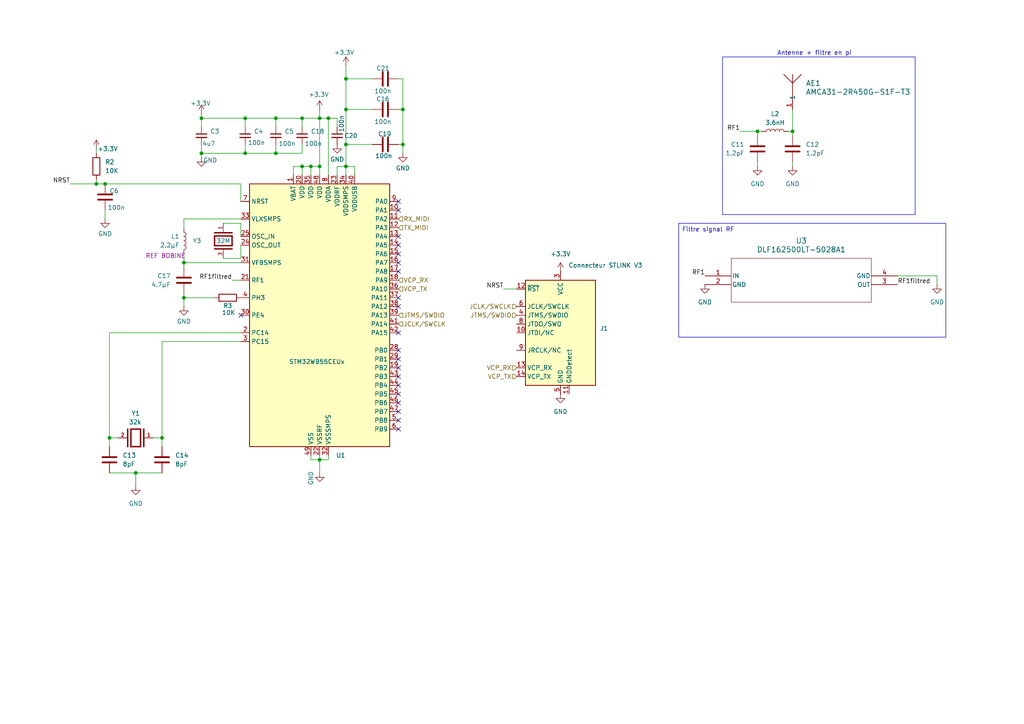
<source format=kicad_sch>
(kicad_sch
	(version 20250114)
	(generator "eeschema")
	(generator_version "9.0")
	(uuid "900d2e30-6c8b-49ab-b8f6-fca3041161ae")
	(paper "A4")
	(lib_symbols
		(symbol "2025-03-03_13-43-06:AMCA31-2R450G-S1F-T3"
			(pin_names
				(offset 0.254)
			)
			(exclude_from_sim no)
			(in_bom yes)
			(on_board yes)
			(property "Reference" "AE"
				(at 2.2606 6.985 0)
				(effects
					(font
						(size 1.524 1.524)
					)
				)
			)
			(property "Value" "AMCA31-2R450G-S1F-T3"
				(at 2.2606 3.175 0)
				(effects
					(font
						(size 1.524 1.524)
					)
				)
			)
			(property "Footprint" "ANT_AMCA31-2R450G-S1F-T3_ABR"
				(at 0 0 0)
				(effects
					(font
						(size 1.27 1.27)
						(italic yes)
					)
					(hide yes)
				)
			)
			(property "Datasheet" "AMCA31-2R450G-S1F-T3"
				(at 0 0 0)
				(effects
					(font
						(size 1.27 1.27)
						(italic yes)
					)
					(hide yes)
				)
			)
			(property "Description" ""
				(at 0 0 0)
				(effects
					(font
						(size 1.27 1.27)
					)
					(hide yes)
				)
			)
			(property "ki_locked" ""
				(at 0 0 0)
				(effects
					(font
						(size 1.27 1.27)
					)
				)
			)
			(property "ki_keywords" "AMCA31-2R450G-S1F-T3"
				(at 0 0 0)
				(effects
					(font
						(size 1.27 1.27)
					)
					(hide yes)
				)
			)
			(property "ki_fp_filters" "ANT_AMCA31-2R450G-S1F-T3_ABR ANT_AMCA31-2R450G-S1F-T3_ABR-M ANT_AMCA31-2R450G-S1F-T3_ABR-L"
				(at 0 0 0)
				(effects
					(font
						(size 1.27 1.27)
					)
					(hide yes)
				)
			)
			(symbol "AMCA31-2R450G-S1F-T3_0_1"
				(polyline
					(pts
						(xy -2.54 10.16) (xy 0 7.62)
					)
					(stroke
						(width 0.2032)
						(type default)
					)
					(fill
						(type none)
					)
				)
				(polyline
					(pts
						(xy 0 10.16) (xy 0 7.62)
					)
					(stroke
						(width 0.2032)
						(type default)
					)
					(fill
						(type none)
					)
				)
				(polyline
					(pts
						(xy 0 7.62) (xy 0 2.54)
					)
					(stroke
						(width 0.2032)
						(type default)
					)
					(fill
						(type none)
					)
				)
				(polyline
					(pts
						(xy 0 7.62) (xy 2.54 10.16)
					)
					(stroke
						(width 0.2032)
						(type default)
					)
					(fill
						(type none)
					)
				)
				(pin unspecified line
					(at 0 0 90)
					(length 2.54)
					(name "1"
						(effects
							(font
								(size 1.27 1.27)
							)
						)
					)
					(number "1"
						(effects
							(font
								(size 1.27 1.27)
							)
						)
					)
				)
			)
			(embedded_fonts no)
		)
		(symbol "2025-03-10_15-55-27:DLF162500LT-5028A1"
			(pin_names
				(offset 0.254)
			)
			(exclude_from_sim no)
			(in_bom yes)
			(on_board yes)
			(property "Reference" "U"
				(at 27.94 10.16 0)
				(effects
					(font
						(size 1.524 1.524)
					)
				)
			)
			(property "Value" "DLF162500LT-5028A1"
				(at 27.94 7.62 0)
				(effects
					(font
						(size 1.524 1.524)
					)
				)
			)
			(property "Footprint" "DLF-4_1P6X0P8"
				(at 0 0 0)
				(effects
					(font
						(size 1.27 1.27)
						(italic yes)
					)
					(hide yes)
				)
			)
			(property "Datasheet" "DLF162500LT-5028A1"
				(at 0 0 0)
				(effects
					(font
						(size 1.27 1.27)
						(italic yes)
					)
					(hide yes)
				)
			)
			(property "Description" ""
				(at 0 0 0)
				(effects
					(font
						(size 1.27 1.27)
					)
					(hide yes)
				)
			)
			(property "ki_locked" ""
				(at 0 0 0)
				(effects
					(font
						(size 1.27 1.27)
					)
				)
			)
			(property "ki_keywords" "DLF162500LT-5028A1"
				(at 0 0 0)
				(effects
					(font
						(size 1.27 1.27)
					)
					(hide yes)
				)
			)
			(property "ki_fp_filters" "DLF-4_1P6X0P8"
				(at 0 0 0)
				(effects
					(font
						(size 1.27 1.27)
					)
					(hide yes)
				)
			)
			(symbol "DLF162500LT-5028A1_0_1"
				(polyline
					(pts
						(xy 7.62 5.08) (xy 7.62 -7.62)
					)
					(stroke
						(width 0.127)
						(type default)
					)
					(fill
						(type none)
					)
				)
				(polyline
					(pts
						(xy 7.62 -7.62) (xy 48.26 -7.62)
					)
					(stroke
						(width 0.127)
						(type default)
					)
					(fill
						(type none)
					)
				)
				(polyline
					(pts
						(xy 48.26 5.08) (xy 7.62 5.08)
					)
					(stroke
						(width 0.127)
						(type default)
					)
					(fill
						(type none)
					)
				)
				(polyline
					(pts
						(xy 48.26 -7.62) (xy 48.26 5.08)
					)
					(stroke
						(width 0.127)
						(type default)
					)
					(fill
						(type none)
					)
				)
				(pin input line
					(at 0 0 0)
					(length 7.62)
					(name "IN"
						(effects
							(font
								(size 1.27 1.27)
							)
						)
					)
					(number "1"
						(effects
							(font
								(size 1.27 1.27)
							)
						)
					)
				)
				(pin power_in line
					(at 0 -2.54 0)
					(length 7.62)
					(name "GND"
						(effects
							(font
								(size 1.27 1.27)
							)
						)
					)
					(number "2"
						(effects
							(font
								(size 1.27 1.27)
							)
						)
					)
				)
				(pin power_in line
					(at 55.88 0 180)
					(length 7.62)
					(name "GND"
						(effects
							(font
								(size 1.27 1.27)
							)
						)
					)
					(number "4"
						(effects
							(font
								(size 1.27 1.27)
							)
						)
					)
				)
				(pin output line
					(at 55.88 -2.54 180)
					(length 7.62)
					(name "OUT"
						(effects
							(font
								(size 1.27 1.27)
							)
						)
					)
					(number "3"
						(effects
							(font
								(size 1.27 1.27)
							)
						)
					)
				)
			)
			(embedded_fonts no)
		)
		(symbol "ABS07AIG32.768KHZ6DT:ABS07AIG32.768KHZ6DT"
			(pin_names
				(offset 1.016)
			)
			(exclude_from_sim no)
			(in_bom yes)
			(on_board yes)
			(property "Reference" "Y"
				(at -5.0878 3.8159 0)
				(effects
					(font
						(size 1.27 1.27)
					)
					(justify left bottom)
				)
			)
			(property "Value" "ABS07AIG32.768KHZ6DT"
				(at -5.0944 -5.0944 0)
				(effects
					(font
						(size 1.27 1.27)
					)
					(justify left bottom)
				)
			)
			(property "Footprint" "ABS07AIG32.768KHZ6DT:XTAL_ABS07AIG32.768KHZ6DT"
				(at -0.254 6.35 0)
				(effects
					(font
						(size 1.27 1.27)
					)
					(justify bottom)
					(hide yes)
				)
			)
			(property "Datasheet" ""
				(at 0 0 0)
				(effects
					(font
						(size 1.27 1.27)
					)
					(hide yes)
				)
			)
			(property "Description" ""
				(at 0 0 0)
				(effects
					(font
						(size 1.27 1.27)
					)
					(hide yes)
				)
			)
			(property "PARTREV" "6/7/2022"
				(at -10.414 1.016 0)
				(effects
					(font
						(size 1.27 1.27)
					)
					(justify bottom)
					(hide yes)
				)
			)
			(property "MANUFACTURER" "Abracon"
				(at -14.224 -5.08 0)
				(effects
					(font
						(size 1.27 1.27)
					)
					(justify bottom)
					(hide yes)
				)
			)
			(property "MAXIMUM_PACKAGE_HEIGHT" "0.9 mm"
				(at 14.732 1.27 0)
				(effects
					(font
						(size 1.27 1.27)
					)
					(justify bottom)
					(hide yes)
				)
			)
			(property "STANDARD" "Manufacturer Recommendations"
				(at 1.524 -9.398 0)
				(effects
					(font
						(size 1.27 1.27)
					)
					(justify bottom)
					(hide yes)
				)
			)
			(symbol "ABS07AIG32.768KHZ6DT_0_0"
				(polyline
					(pts
						(xy -2.3368 2.54) (xy -2.3368 -2.54)
					)
					(stroke
						(width 0.4064)
						(type default)
					)
					(fill
						(type none)
					)
				)
				(polyline
					(pts
						(xy -1.397 2.54) (xy -1.397 -2.54)
					)
					(stroke
						(width 0.4064)
						(type default)
					)
					(fill
						(type none)
					)
				)
				(polyline
					(pts
						(xy -1.397 2.54) (xy 1.397 2.54)
					)
					(stroke
						(width 0.4064)
						(type default)
					)
					(fill
						(type none)
					)
				)
				(polyline
					(pts
						(xy 1.397 2.54) (xy 1.397 -2.54)
					)
					(stroke
						(width 0.4064)
						(type default)
					)
					(fill
						(type none)
					)
				)
				(polyline
					(pts
						(xy 1.397 -2.54) (xy -1.397 -2.54)
					)
					(stroke
						(width 0.4064)
						(type default)
					)
					(fill
						(type none)
					)
				)
				(polyline
					(pts
						(xy 2.3368 2.54) (xy 2.3368 -2.54)
					)
					(stroke
						(width 0.4064)
						(type default)
					)
					(fill
						(type none)
					)
				)
				(pin passive line
					(at -5.08 0 0)
					(length 2.54)
					(name "~"
						(effects
							(font
								(size 1.016 1.016)
							)
						)
					)
					(number "1"
						(effects
							(font
								(size 1.016 1.016)
							)
						)
					)
				)
				(pin passive line
					(at 5.08 0 180)
					(length 2.54)
					(name "~"
						(effects
							(font
								(size 1.016 1.016)
							)
						)
					)
					(number "2"
						(effects
							(font
								(size 1.016 1.016)
							)
						)
					)
				)
			)
			(embedded_fonts no)
		)
		(symbol "Connector:Conn_ST_STDC14"
			(exclude_from_sim no)
			(in_bom yes)
			(on_board yes)
			(property "Reference" "J"
				(at -8.89 16.51 0)
				(effects
					(font
						(size 1.27 1.27)
					)
					(justify right)
				)
			)
			(property "Value" "Conn_ST_STDC14"
				(at 17.78 16.51 0)
				(effects
					(font
						(size 1.27 1.27)
					)
					(justify right bottom)
				)
			)
			(property "Footprint" ""
				(at 0 0 0)
				(effects
					(font
						(size 1.27 1.27)
					)
					(hide yes)
				)
			)
			(property "Datasheet" "https://www.st.com/content/ccc/resource/technical/document/user_manual/group1/99/49/91/b6/b2/3a/46/e5/DM00526767/files/DM00526767.pdf/jcr:content/translations/en.DM00526767.pdf"
				(at -8.89 -31.75 90)
				(effects
					(font
						(size 1.27 1.27)
					)
					(hide yes)
				)
			)
			(property "Description" "ST Debug Connector, standard ARM Cortex-M SWD and JTAG interface plus UART"
				(at 0 0 0)
				(effects
					(font
						(size 1.27 1.27)
					)
					(hide yes)
				)
			)
			(property "ki_keywords" "ST STM32 Cortex Debug Connector ARM SWD JTAG"
				(at 0 0 0)
				(effects
					(font
						(size 1.27 1.27)
					)
					(hide yes)
				)
			)
			(property "ki_fp_filters" "PinHeader?2x07?P1.27mm*"
				(at 0 0 0)
				(effects
					(font
						(size 1.27 1.27)
					)
					(hide yes)
				)
			)
			(symbol "Conn_ST_STDC14_0_1"
				(rectangle
					(start -10.16 15.24)
					(end 10.16 -15.24)
					(stroke
						(width 0.254)
						(type default)
					)
					(fill
						(type background)
					)
				)
			)
			(symbol "Conn_ST_STDC14_1_1"
				(pin no_connect line
					(at -10.16 5.08 0)
					(length 2.54)
					(hide yes)
					(name "NC"
						(effects
							(font
								(size 1.27 1.27)
							)
						)
					)
					(number "1"
						(effects
							(font
								(size 1.27 1.27)
							)
						)
					)
				)
				(pin no_connect line
					(at -10.16 2.54 0)
					(length 2.54)
					(hide yes)
					(name "NC"
						(effects
							(font
								(size 1.27 1.27)
							)
						)
					)
					(number "2"
						(effects
							(font
								(size 1.27 1.27)
							)
						)
					)
				)
				(pin passive line
					(at -2.54 -17.78 90)
					(length 2.54)
					(name "GNDDetect"
						(effects
							(font
								(size 1.27 1.27)
							)
						)
					)
					(number "11"
						(effects
							(font
								(size 1.27 1.27)
							)
						)
					)
				)
				(pin power_in line
					(at 0 17.78 270)
					(length 2.54)
					(name "VCC"
						(effects
							(font
								(size 1.27 1.27)
							)
						)
					)
					(number "3"
						(effects
							(font
								(size 1.27 1.27)
							)
						)
					)
				)
				(pin power_in line
					(at 0 -17.78 90)
					(length 2.54)
					(name "GND"
						(effects
							(font
								(size 1.27 1.27)
							)
						)
					)
					(number "5"
						(effects
							(font
								(size 1.27 1.27)
							)
						)
					)
				)
				(pin passive line
					(at 0 -17.78 90)
					(length 2.54)
					(hide yes)
					(name "GND"
						(effects
							(font
								(size 1.27 1.27)
							)
						)
					)
					(number "7"
						(effects
							(font
								(size 1.27 1.27)
							)
						)
					)
				)
				(pin open_collector line
					(at 12.7 12.7 180)
					(length 2.54)
					(name "~{RST}"
						(effects
							(font
								(size 1.27 1.27)
							)
						)
					)
					(number "12"
						(effects
							(font
								(size 1.27 1.27)
							)
						)
					)
				)
				(pin output line
					(at 12.7 7.62 180)
					(length 2.54)
					(name "JCLK/SWCLK"
						(effects
							(font
								(size 1.27 1.27)
							)
						)
					)
					(number "6"
						(effects
							(font
								(size 1.27 1.27)
							)
						)
					)
				)
				(pin bidirectional line
					(at 12.7 5.08 180)
					(length 2.54)
					(name "JTMS/SWDIO"
						(effects
							(font
								(size 1.27 1.27)
							)
						)
					)
					(number "4"
						(effects
							(font
								(size 1.27 1.27)
							)
						)
					)
				)
				(pin input line
					(at 12.7 2.54 180)
					(length 2.54)
					(name "JTDO/SWO"
						(effects
							(font
								(size 1.27 1.27)
							)
						)
					)
					(number "8"
						(effects
							(font
								(size 1.27 1.27)
							)
						)
					)
				)
				(pin output line
					(at 12.7 0 180)
					(length 2.54)
					(name "JTDI/NC"
						(effects
							(font
								(size 1.27 1.27)
							)
						)
					)
					(number "10"
						(effects
							(font
								(size 1.27 1.27)
							)
						)
					)
				)
				(pin input line
					(at 12.7 -5.08 180)
					(length 2.54)
					(name "JRCLK/NC"
						(effects
							(font
								(size 1.27 1.27)
							)
						)
					)
					(number "9"
						(effects
							(font
								(size 1.27 1.27)
							)
						)
					)
				)
				(pin output line
					(at 12.7 -10.16 180)
					(length 2.54)
					(name "VCP_RX"
						(effects
							(font
								(size 1.27 1.27)
							)
						)
					)
					(number "13"
						(effects
							(font
								(size 1.27 1.27)
							)
						)
					)
				)
				(pin input line
					(at 12.7 -12.7 180)
					(length 2.54)
					(name "VCP_TX"
						(effects
							(font
								(size 1.27 1.27)
							)
						)
					)
					(number "14"
						(effects
							(font
								(size 1.27 1.27)
							)
						)
					)
				)
			)
			(embedded_fonts no)
		)
		(symbol "Device:C"
			(pin_numbers
				(hide yes)
			)
			(pin_names
				(offset 0.254)
			)
			(exclude_from_sim no)
			(in_bom yes)
			(on_board yes)
			(property "Reference" "C"
				(at 0.635 2.54 0)
				(effects
					(font
						(size 1.27 1.27)
					)
					(justify left)
				)
			)
			(property "Value" "C"
				(at 0.635 -2.54 0)
				(effects
					(font
						(size 1.27 1.27)
					)
					(justify left)
				)
			)
			(property "Footprint" ""
				(at 0.9652 -3.81 0)
				(effects
					(font
						(size 1.27 1.27)
					)
					(hide yes)
				)
			)
			(property "Datasheet" "~"
				(at 0 0 0)
				(effects
					(font
						(size 1.27 1.27)
					)
					(hide yes)
				)
			)
			(property "Description" "Unpolarized capacitor"
				(at 0 0 0)
				(effects
					(font
						(size 1.27 1.27)
					)
					(hide yes)
				)
			)
			(property "ki_keywords" "cap capacitor"
				(at 0 0 0)
				(effects
					(font
						(size 1.27 1.27)
					)
					(hide yes)
				)
			)
			(property "ki_fp_filters" "C_*"
				(at 0 0 0)
				(effects
					(font
						(size 1.27 1.27)
					)
					(hide yes)
				)
			)
			(symbol "C_0_1"
				(polyline
					(pts
						(xy -2.032 0.762) (xy 2.032 0.762)
					)
					(stroke
						(width 0.508)
						(type default)
					)
					(fill
						(type none)
					)
				)
				(polyline
					(pts
						(xy -2.032 -0.762) (xy 2.032 -0.762)
					)
					(stroke
						(width 0.508)
						(type default)
					)
					(fill
						(type none)
					)
				)
			)
			(symbol "C_1_1"
				(pin passive line
					(at 0 3.81 270)
					(length 2.794)
					(name "~"
						(effects
							(font
								(size 1.27 1.27)
							)
						)
					)
					(number "1"
						(effects
							(font
								(size 1.27 1.27)
							)
						)
					)
				)
				(pin passive line
					(at 0 -3.81 90)
					(length 2.794)
					(name "~"
						(effects
							(font
								(size 1.27 1.27)
							)
						)
					)
					(number "2"
						(effects
							(font
								(size 1.27 1.27)
							)
						)
					)
				)
			)
			(embedded_fonts no)
		)
		(symbol "Device:C_Small"
			(pin_numbers
				(hide yes)
			)
			(pin_names
				(offset 0.254)
				(hide yes)
			)
			(exclude_from_sim no)
			(in_bom yes)
			(on_board yes)
			(property "Reference" "C"
				(at 0.254 1.778 0)
				(effects
					(font
						(size 1.27 1.27)
					)
					(justify left)
				)
			)
			(property "Value" "C_Small"
				(at 0.254 -2.032 0)
				(effects
					(font
						(size 1.27 1.27)
					)
					(justify left)
				)
			)
			(property "Footprint" ""
				(at 0 0 0)
				(effects
					(font
						(size 1.27 1.27)
					)
					(hide yes)
				)
			)
			(property "Datasheet" "~"
				(at 0 0 0)
				(effects
					(font
						(size 1.27 1.27)
					)
					(hide yes)
				)
			)
			(property "Description" "Unpolarized capacitor, small symbol"
				(at 0 0 0)
				(effects
					(font
						(size 1.27 1.27)
					)
					(hide yes)
				)
			)
			(property "ki_keywords" "capacitor cap"
				(at 0 0 0)
				(effects
					(font
						(size 1.27 1.27)
					)
					(hide yes)
				)
			)
			(property "ki_fp_filters" "C_*"
				(at 0 0 0)
				(effects
					(font
						(size 1.27 1.27)
					)
					(hide yes)
				)
			)
			(symbol "C_Small_0_1"
				(polyline
					(pts
						(xy -1.524 0.508) (xy 1.524 0.508)
					)
					(stroke
						(width 0.3048)
						(type default)
					)
					(fill
						(type none)
					)
				)
				(polyline
					(pts
						(xy -1.524 -0.508) (xy 1.524 -0.508)
					)
					(stroke
						(width 0.3302)
						(type default)
					)
					(fill
						(type none)
					)
				)
			)
			(symbol "C_Small_1_1"
				(pin passive line
					(at 0 2.54 270)
					(length 2.032)
					(name "~"
						(effects
							(font
								(size 1.27 1.27)
							)
						)
					)
					(number "1"
						(effects
							(font
								(size 1.27 1.27)
							)
						)
					)
				)
				(pin passive line
					(at 0 -2.54 90)
					(length 2.032)
					(name "~"
						(effects
							(font
								(size 1.27 1.27)
							)
						)
					)
					(number "2"
						(effects
							(font
								(size 1.27 1.27)
							)
						)
					)
				)
			)
			(embedded_fonts no)
		)
		(symbol "Device:L"
			(pin_numbers
				(hide yes)
			)
			(pin_names
				(offset 1.016)
				(hide yes)
			)
			(exclude_from_sim no)
			(in_bom yes)
			(on_board yes)
			(property "Reference" "L"
				(at -1.27 0 90)
				(effects
					(font
						(size 1.27 1.27)
					)
				)
			)
			(property "Value" "L"
				(at 1.905 0 90)
				(effects
					(font
						(size 1.27 1.27)
					)
				)
			)
			(property "Footprint" ""
				(at 0 0 0)
				(effects
					(font
						(size 1.27 1.27)
					)
					(hide yes)
				)
			)
			(property "Datasheet" "~"
				(at 0 0 0)
				(effects
					(font
						(size 1.27 1.27)
					)
					(hide yes)
				)
			)
			(property "Description" "Inductor"
				(at 0 0 0)
				(effects
					(font
						(size 1.27 1.27)
					)
					(hide yes)
				)
			)
			(property "ki_keywords" "inductor choke coil reactor magnetic"
				(at 0 0 0)
				(effects
					(font
						(size 1.27 1.27)
					)
					(hide yes)
				)
			)
			(property "ki_fp_filters" "Choke_* *Coil* Inductor_* L_*"
				(at 0 0 0)
				(effects
					(font
						(size 1.27 1.27)
					)
					(hide yes)
				)
			)
			(symbol "L_0_1"
				(arc
					(start 0 2.54)
					(mid 0.6323 1.905)
					(end 0 1.27)
					(stroke
						(width 0)
						(type default)
					)
					(fill
						(type none)
					)
				)
				(arc
					(start 0 1.27)
					(mid 0.6323 0.635)
					(end 0 0)
					(stroke
						(width 0)
						(type default)
					)
					(fill
						(type none)
					)
				)
				(arc
					(start 0 0)
					(mid 0.6323 -0.635)
					(end 0 -1.27)
					(stroke
						(width 0)
						(type default)
					)
					(fill
						(type none)
					)
				)
				(arc
					(start 0 -1.27)
					(mid 0.6323 -1.905)
					(end 0 -2.54)
					(stroke
						(width 0)
						(type default)
					)
					(fill
						(type none)
					)
				)
			)
			(symbol "L_1_1"
				(pin passive line
					(at 0 3.81 270)
					(length 1.27)
					(name "1"
						(effects
							(font
								(size 1.27 1.27)
							)
						)
					)
					(number "1"
						(effects
							(font
								(size 1.27 1.27)
							)
						)
					)
				)
				(pin passive line
					(at 0 -3.81 90)
					(length 1.27)
					(name "2"
						(effects
							(font
								(size 1.27 1.27)
							)
						)
					)
					(number "2"
						(effects
							(font
								(size 1.27 1.27)
							)
						)
					)
				)
			)
			(embedded_fonts no)
		)
		(symbol "Device:R"
			(pin_numbers
				(hide yes)
			)
			(pin_names
				(offset 0)
			)
			(exclude_from_sim no)
			(in_bom yes)
			(on_board yes)
			(property "Reference" "R"
				(at 2.032 0 90)
				(effects
					(font
						(size 1.27 1.27)
					)
				)
			)
			(property "Value" "R"
				(at 0 0 90)
				(effects
					(font
						(size 1.27 1.27)
					)
				)
			)
			(property "Footprint" ""
				(at -1.778 0 90)
				(effects
					(font
						(size 1.27 1.27)
					)
					(hide yes)
				)
			)
			(property "Datasheet" "~"
				(at 0 0 0)
				(effects
					(font
						(size 1.27 1.27)
					)
					(hide yes)
				)
			)
			(property "Description" "Resistor"
				(at 0 0 0)
				(effects
					(font
						(size 1.27 1.27)
					)
					(hide yes)
				)
			)
			(property "ki_keywords" "R res resistor"
				(at 0 0 0)
				(effects
					(font
						(size 1.27 1.27)
					)
					(hide yes)
				)
			)
			(property "ki_fp_filters" "R_*"
				(at 0 0 0)
				(effects
					(font
						(size 1.27 1.27)
					)
					(hide yes)
				)
			)
			(symbol "R_0_1"
				(rectangle
					(start -1.016 -2.54)
					(end 1.016 2.54)
					(stroke
						(width 0.254)
						(type default)
					)
					(fill
						(type none)
					)
				)
			)
			(symbol "R_1_1"
				(pin passive line
					(at 0 3.81 270)
					(length 1.27)
					(name "~"
						(effects
							(font
								(size 1.27 1.27)
							)
						)
					)
					(number "1"
						(effects
							(font
								(size 1.27 1.27)
							)
						)
					)
				)
				(pin passive line
					(at 0 -3.81 90)
					(length 1.27)
					(name "~"
						(effects
							(font
								(size 1.27 1.27)
							)
						)
					)
					(number "2"
						(effects
							(font
								(size 1.27 1.27)
							)
						)
					)
				)
			)
			(embedded_fonts no)
		)
		(symbol "MCU_ST_STM32WB:STM32WB55CEUx"
			(exclude_from_sim no)
			(in_bom yes)
			(on_board yes)
			(property "Reference" "U"
				(at -20.32 39.37 0)
				(effects
					(font
						(size 1.27 1.27)
					)
					(justify left)
				)
			)
			(property "Value" "STM32WB55CEUx"
				(at 12.7 39.37 0)
				(effects
					(font
						(size 1.27 1.27)
					)
					(justify left)
				)
			)
			(property "Footprint" "Package_DFN_QFN:QFN-48-1EP_7x7mm_P0.5mm_EP5.6x5.6mm"
				(at -20.32 -38.1 0)
				(effects
					(font
						(size 1.27 1.27)
					)
					(justify right)
					(hide yes)
				)
			)
			(property "Datasheet" "https://www.st.com/resource/en/datasheet/stm32wb55ce.pdf"
				(at 0 0 0)
				(effects
					(font
						(size 1.27 1.27)
					)
					(hide yes)
				)
			)
			(property "Description" "STMicroelectronics Arm Cortex-M4 MCU, 512KB flash, 256KB RAM, 64 MHz, 1.71-3.6V, 30 GPIO, UFQFPN48"
				(at 0 0 0)
				(effects
					(font
						(size 1.27 1.27)
					)
					(hide yes)
				)
			)
			(property "ki_keywords" "Arm Cortex-M4 STM32WB STM32WBx5"
				(at 0 0 0)
				(effects
					(font
						(size 1.27 1.27)
					)
					(hide yes)
				)
			)
			(property "ki_fp_filters" "QFN*1EP*7x7mm*P0.5mm*"
				(at 0 0 0)
				(effects
					(font
						(size 1.27 1.27)
					)
					(hide yes)
				)
			)
			(symbol "STM32WB55CEUx_0_1"
				(rectangle
					(start -20.32 -38.1)
					(end 20.32 38.1)
					(stroke
						(width 0.254)
						(type default)
					)
					(fill
						(type background)
					)
				)
			)
			(symbol "STM32WB55CEUx_1_1"
				(pin input line
					(at -22.86 33.02 0)
					(length 2.54)
					(name "NRST"
						(effects
							(font
								(size 1.27 1.27)
							)
						)
					)
					(number "7"
						(effects
							(font
								(size 1.27 1.27)
							)
						)
					)
				)
				(pin power_in line
					(at -22.86 27.94 0)
					(length 2.54)
					(name "VLXSMPS"
						(effects
							(font
								(size 1.27 1.27)
							)
						)
					)
					(number "33"
						(effects
							(font
								(size 1.27 1.27)
							)
						)
					)
				)
				(pin input line
					(at -22.86 22.86 0)
					(length 2.54)
					(name "OSC_IN"
						(effects
							(font
								(size 1.27 1.27)
							)
						)
					)
					(number "25"
						(effects
							(font
								(size 1.27 1.27)
							)
						)
					)
					(alternate "RCC_OSC_IN" bidirectional line)
				)
				(pin input line
					(at -22.86 20.32 0)
					(length 2.54)
					(name "OSC_OUT"
						(effects
							(font
								(size 1.27 1.27)
							)
						)
					)
					(number "24"
						(effects
							(font
								(size 1.27 1.27)
							)
						)
					)
					(alternate "RCC_OSC_OUT" bidirectional line)
				)
				(pin input line
					(at -22.86 15.24 0)
					(length 2.54)
					(name "VFBSMPS"
						(effects
							(font
								(size 1.27 1.27)
							)
						)
					)
					(number "31"
						(effects
							(font
								(size 1.27 1.27)
							)
						)
					)
				)
				(pin bidirectional line
					(at -22.86 10.16 0)
					(length 2.54)
					(name "RF1"
						(effects
							(font
								(size 1.27 1.27)
							)
						)
					)
					(number "21"
						(effects
							(font
								(size 1.27 1.27)
							)
						)
					)
					(alternate "RF_RF1" bidirectional line)
				)
				(pin bidirectional line
					(at -22.86 5.08 0)
					(length 2.54)
					(name "PH3"
						(effects
							(font
								(size 1.27 1.27)
							)
						)
					)
					(number "4"
						(effects
							(font
								(size 1.27 1.27)
							)
						)
					)
					(alternate "RCC_LSCO" bidirectional line)
				)
				(pin bidirectional line
					(at -22.86 0 0)
					(length 2.54)
					(name "PE4"
						(effects
							(font
								(size 1.27 1.27)
							)
						)
					)
					(number "30"
						(effects
							(font
								(size 1.27 1.27)
							)
						)
					)
				)
				(pin bidirectional line
					(at -22.86 -5.08 0)
					(length 2.54)
					(name "PC14"
						(effects
							(font
								(size 1.27 1.27)
							)
						)
					)
					(number "2"
						(effects
							(font
								(size 1.27 1.27)
							)
						)
					)
					(alternate "RCC_OSC32_IN" bidirectional line)
				)
				(pin bidirectional line
					(at -22.86 -7.62 0)
					(length 2.54)
					(name "PC15"
						(effects
							(font
								(size 1.27 1.27)
							)
						)
					)
					(number "3"
						(effects
							(font
								(size 1.27 1.27)
							)
						)
					)
					(alternate "ADC1_EXTI15" bidirectional line)
					(alternate "RCC_OSC32_OUT" bidirectional line)
				)
				(pin no_connect line
					(at -20.32 -35.56 0)
					(length 2.54)
					(hide yes)
					(name "AT1"
						(effects
							(font
								(size 1.27 1.27)
							)
						)
					)
					(number "27"
						(effects
							(font
								(size 1.27 1.27)
							)
						)
					)
				)
				(pin no_connect line
					(at -20.32 -38.1 0)
					(length 2.54)
					(hide yes)
					(name "AT0"
						(effects
							(font
								(size 1.27 1.27)
							)
						)
					)
					(number "26"
						(effects
							(font
								(size 1.27 1.27)
							)
						)
					)
				)
				(pin power_in line
					(at -7.62 40.64 270)
					(length 2.54)
					(name "VBAT"
						(effects
							(font
								(size 1.27 1.27)
							)
						)
					)
					(number "1"
						(effects
							(font
								(size 1.27 1.27)
							)
						)
					)
				)
				(pin power_in line
					(at -5.08 40.64 270)
					(length 2.54)
					(name "VDD"
						(effects
							(font
								(size 1.27 1.27)
							)
						)
					)
					(number "20"
						(effects
							(font
								(size 1.27 1.27)
							)
						)
					)
				)
				(pin power_in line
					(at -2.54 40.64 270)
					(length 2.54)
					(name "VDD"
						(effects
							(font
								(size 1.27 1.27)
							)
						)
					)
					(number "35"
						(effects
							(font
								(size 1.27 1.27)
							)
						)
					)
				)
				(pin power_in line
					(at -2.54 -40.64 90)
					(length 2.54)
					(name "VSS"
						(effects
							(font
								(size 1.27 1.27)
							)
						)
					)
					(number "49"
						(effects
							(font
								(size 1.27 1.27)
							)
						)
					)
				)
				(pin power_in line
					(at 0 40.64 270)
					(length 2.54)
					(name "VDD"
						(effects
							(font
								(size 1.27 1.27)
							)
						)
					)
					(number "48"
						(effects
							(font
								(size 1.27 1.27)
							)
						)
					)
				)
				(pin power_in line
					(at 0 -40.64 90)
					(length 2.54)
					(name "VSSRF"
						(effects
							(font
								(size 1.27 1.27)
							)
						)
					)
					(number "22"
						(effects
							(font
								(size 1.27 1.27)
							)
						)
					)
				)
				(pin power_in line
					(at 2.54 40.64 270)
					(length 2.54)
					(name "VDDA"
						(effects
							(font
								(size 1.27 1.27)
							)
						)
					)
					(number "8"
						(effects
							(font
								(size 1.27 1.27)
							)
						)
					)
				)
				(pin power_in line
					(at 2.54 -40.64 90)
					(length 2.54)
					(name "VSSSMPS"
						(effects
							(font
								(size 1.27 1.27)
							)
						)
					)
					(number "32"
						(effects
							(font
								(size 1.27 1.27)
							)
						)
					)
				)
				(pin power_in line
					(at 5.08 40.64 270)
					(length 2.54)
					(name "VDDRF"
						(effects
							(font
								(size 1.27 1.27)
							)
						)
					)
					(number "23"
						(effects
							(font
								(size 1.27 1.27)
							)
						)
					)
				)
				(pin power_in line
					(at 7.62 40.64 270)
					(length 2.54)
					(name "VDDSMPS"
						(effects
							(font
								(size 1.27 1.27)
							)
						)
					)
					(number "34"
						(effects
							(font
								(size 1.27 1.27)
							)
						)
					)
				)
				(pin power_in line
					(at 10.16 40.64 270)
					(length 2.54)
					(name "VDDUSB"
						(effects
							(font
								(size 1.27 1.27)
							)
						)
					)
					(number "40"
						(effects
							(font
								(size 1.27 1.27)
							)
						)
					)
				)
				(pin bidirectional line
					(at 22.86 33.02 180)
					(length 2.54)
					(name "PA0"
						(effects
							(font
								(size 1.27 1.27)
							)
						)
					)
					(number "9"
						(effects
							(font
								(size 1.27 1.27)
							)
						)
					)
					(alternate "ADC1_IN5" bidirectional line)
					(alternate "COMP1_INM" bidirectional line)
					(alternate "COMP1_OUT" bidirectional line)
					(alternate "RTC_TAMP2" bidirectional line)
					(alternate "SAI1_EXTCLK" bidirectional line)
					(alternate "SYS_WKUP1" bidirectional line)
					(alternate "TIM2_CH1" bidirectional line)
					(alternate "TIM2_ETR" bidirectional line)
				)
				(pin bidirectional line
					(at 22.86 30.48 180)
					(length 2.54)
					(name "PA1"
						(effects
							(font
								(size 1.27 1.27)
							)
						)
					)
					(number "10"
						(effects
							(font
								(size 1.27 1.27)
							)
						)
					)
					(alternate "ADC1_IN6" bidirectional line)
					(alternate "COMP1_INP" bidirectional line)
					(alternate "I2C1_SMBA" bidirectional line)
					(alternate "LCD_SEG0" bidirectional line)
					(alternate "SPI1_SCK" bidirectional line)
					(alternate "TIM2_CH2" bidirectional line)
				)
				(pin bidirectional line
					(at 22.86 27.94 180)
					(length 2.54)
					(name "PA2"
						(effects
							(font
								(size 1.27 1.27)
							)
						)
					)
					(number "11"
						(effects
							(font
								(size 1.27 1.27)
							)
						)
					)
					(alternate "ADC1_IN7" bidirectional line)
					(alternate "COMP2_INM" bidirectional line)
					(alternate "COMP2_OUT" bidirectional line)
					(alternate "LCD_SEG1" bidirectional line)
					(alternate "LPUART1_TX" bidirectional line)
					(alternate "QUADSPI_BK1_NCS" bidirectional line)
					(alternate "RCC_LSCO" bidirectional line)
					(alternate "SYS_WKUP4" bidirectional line)
					(alternate "TIM2_CH3" bidirectional line)
				)
				(pin bidirectional line
					(at 22.86 25.4 180)
					(length 2.54)
					(name "PA3"
						(effects
							(font
								(size 1.27 1.27)
							)
						)
					)
					(number "12"
						(effects
							(font
								(size 1.27 1.27)
							)
						)
					)
					(alternate "ADC1_IN8" bidirectional line)
					(alternate "COMP2_INP" bidirectional line)
					(alternate "LCD_SEG2" bidirectional line)
					(alternate "LPUART1_RX" bidirectional line)
					(alternate "QUADSPI_CLK" bidirectional line)
					(alternate "SAI1_CK1" bidirectional line)
					(alternate "SAI1_MCLK_A" bidirectional line)
					(alternate "TIM2_CH4" bidirectional line)
				)
				(pin bidirectional line
					(at 22.86 22.86 180)
					(length 2.54)
					(name "PA4"
						(effects
							(font
								(size 1.27 1.27)
							)
						)
					)
					(number "13"
						(effects
							(font
								(size 1.27 1.27)
							)
						)
					)
					(alternate "ADC1_IN9" bidirectional line)
					(alternate "COMP1_INM" bidirectional line)
					(alternate "COMP2_INM" bidirectional line)
					(alternate "LCD_SEG5" bidirectional line)
					(alternate "LPTIM2_OUT" bidirectional line)
					(alternate "SAI1_FS_B" bidirectional line)
					(alternate "SPI1_NSS" bidirectional line)
				)
				(pin bidirectional line
					(at 22.86 20.32 180)
					(length 2.54)
					(name "PA5"
						(effects
							(font
								(size 1.27 1.27)
							)
						)
					)
					(number "14"
						(effects
							(font
								(size 1.27 1.27)
							)
						)
					)
					(alternate "ADC1_IN10" bidirectional line)
					(alternate "COMP1_INM" bidirectional line)
					(alternate "COMP2_INM" bidirectional line)
					(alternate "LPTIM2_ETR" bidirectional line)
					(alternate "SAI1_SD_B" bidirectional line)
					(alternate "SPI1_SCK" bidirectional line)
					(alternate "TIM2_CH1" bidirectional line)
					(alternate "TIM2_ETR" bidirectional line)
				)
				(pin bidirectional line
					(at 22.86 17.78 180)
					(length 2.54)
					(name "PA6"
						(effects
							(font
								(size 1.27 1.27)
							)
						)
					)
					(number "15"
						(effects
							(font
								(size 1.27 1.27)
							)
						)
					)
					(alternate "ADC1_IN11" bidirectional line)
					(alternate "LCD_SEG3" bidirectional line)
					(alternate "LPUART1_CTS" bidirectional line)
					(alternate "QUADSPI_BK1_IO3" bidirectional line)
					(alternate "SPI1_MISO" bidirectional line)
					(alternate "TIM16_CH1" bidirectional line)
					(alternate "TIM1_BKIN" bidirectional line)
				)
				(pin bidirectional line
					(at 22.86 15.24 180)
					(length 2.54)
					(name "PA7"
						(effects
							(font
								(size 1.27 1.27)
							)
						)
					)
					(number "16"
						(effects
							(font
								(size 1.27 1.27)
							)
						)
					)
					(alternate "ADC1_IN12" bidirectional line)
					(alternate "COMP2_OUT" bidirectional line)
					(alternate "I2C3_SCL" bidirectional line)
					(alternate "LCD_SEG4" bidirectional line)
					(alternate "QUADSPI_BK1_IO2" bidirectional line)
					(alternate "SPI1_MOSI" bidirectional line)
					(alternate "TIM17_CH1" bidirectional line)
					(alternate "TIM1_CH1N" bidirectional line)
				)
				(pin bidirectional line
					(at 22.86 12.7 180)
					(length 2.54)
					(name "PA8"
						(effects
							(font
								(size 1.27 1.27)
							)
						)
					)
					(number "17"
						(effects
							(font
								(size 1.27 1.27)
							)
						)
					)
					(alternate "ADC1_IN15" bidirectional line)
					(alternate "LCD_COM0" bidirectional line)
					(alternate "LPTIM2_OUT" bidirectional line)
					(alternate "RCC_MCO" bidirectional line)
					(alternate "SAI1_CK2" bidirectional line)
					(alternate "SAI1_SCK_A" bidirectional line)
					(alternate "TIM1_CH1" bidirectional line)
					(alternate "USART1_CK" bidirectional line)
				)
				(pin bidirectional line
					(at 22.86 10.16 180)
					(length 2.54)
					(name "PA9"
						(effects
							(font
								(size 1.27 1.27)
							)
						)
					)
					(number "18"
						(effects
							(font
								(size 1.27 1.27)
							)
						)
					)
					(alternate "ADC1_IN16" bidirectional line)
					(alternate "COMP1_INM" bidirectional line)
					(alternate "I2C1_SCL" bidirectional line)
					(alternate "LCD_COM1" bidirectional line)
					(alternate "SAI1_D2" bidirectional line)
					(alternate "SAI1_FS_A" bidirectional line)
					(alternate "TIM1_CH2" bidirectional line)
					(alternate "USART1_TX" bidirectional line)
				)
				(pin bidirectional line
					(at 22.86 7.62 180)
					(length 2.54)
					(name "PA10"
						(effects
							(font
								(size 1.27 1.27)
							)
						)
					)
					(number "36"
						(effects
							(font
								(size 1.27 1.27)
							)
						)
					)
					(alternate "CRS_SYNC" bidirectional line)
					(alternate "I2C1_SDA" bidirectional line)
					(alternate "LCD_COM2" bidirectional line)
					(alternate "SAI1_D1" bidirectional line)
					(alternate "SAI1_SD_A" bidirectional line)
					(alternate "TIM17_BKIN" bidirectional line)
					(alternate "TIM1_CH3" bidirectional line)
					(alternate "USART1_RX" bidirectional line)
				)
				(pin bidirectional line
					(at 22.86 5.08 180)
					(length 2.54)
					(name "PA11"
						(effects
							(font
								(size 1.27 1.27)
							)
						)
					)
					(number "37"
						(effects
							(font
								(size 1.27 1.27)
							)
						)
					)
					(alternate "ADC1_EXTI11" bidirectional line)
					(alternate "SPI1_MISO" bidirectional line)
					(alternate "TIM1_BKIN2" bidirectional line)
					(alternate "TIM1_CH4" bidirectional line)
					(alternate "USART1_CTS" bidirectional line)
					(alternate "USART1_NSS" bidirectional line)
					(alternate "USB_DM" bidirectional line)
				)
				(pin bidirectional line
					(at 22.86 2.54 180)
					(length 2.54)
					(name "PA12"
						(effects
							(font
								(size 1.27 1.27)
							)
						)
					)
					(number "38"
						(effects
							(font
								(size 1.27 1.27)
							)
						)
					)
					(alternate "LPUART1_RX" bidirectional line)
					(alternate "SPI1_MOSI" bidirectional line)
					(alternate "TIM1_ETR" bidirectional line)
					(alternate "USART1_DE" bidirectional line)
					(alternate "USART1_RTS" bidirectional line)
					(alternate "USB_DP" bidirectional line)
				)
				(pin bidirectional line
					(at 22.86 0 180)
					(length 2.54)
					(name "PA13"
						(effects
							(font
								(size 1.27 1.27)
							)
						)
					)
					(number "39"
						(effects
							(font
								(size 1.27 1.27)
							)
						)
					)
					(alternate "IR_OUT" bidirectional line)
					(alternate "SAI1_SD_B" bidirectional line)
					(alternate "SYS_JTMS-SWDIO" bidirectional line)
					(alternate "USB_NOE" bidirectional line)
				)
				(pin bidirectional line
					(at 22.86 -2.54 180)
					(length 2.54)
					(name "PA14"
						(effects
							(font
								(size 1.27 1.27)
							)
						)
					)
					(number "41"
						(effects
							(font
								(size 1.27 1.27)
							)
						)
					)
					(alternate "I2C1_SMBA" bidirectional line)
					(alternate "LCD_SEG5" bidirectional line)
					(alternate "LPTIM1_OUT" bidirectional line)
					(alternate "SAI1_FS_B" bidirectional line)
					(alternate "SYS_JTCK-SWCLK" bidirectional line)
				)
				(pin bidirectional line
					(at 22.86 -5.08 180)
					(length 2.54)
					(name "PA15"
						(effects
							(font
								(size 1.27 1.27)
							)
						)
					)
					(number "42"
						(effects
							(font
								(size 1.27 1.27)
							)
						)
					)
					(alternate "ADC1_EXTI15" bidirectional line)
					(alternate "LCD_SEG17" bidirectional line)
					(alternate "RCC_MCO" bidirectional line)
					(alternate "SPI1_NSS" bidirectional line)
					(alternate "SYS_JTDI" bidirectional line)
					(alternate "TIM2_CH1" bidirectional line)
					(alternate "TIM2_ETR" bidirectional line)
				)
				(pin bidirectional line
					(at 22.86 -10.16 180)
					(length 2.54)
					(name "PB0"
						(effects
							(font
								(size 1.27 1.27)
							)
						)
					)
					(number "28"
						(effects
							(font
								(size 1.27 1.27)
							)
						)
					)
					(alternate "COMP1_OUT" bidirectional line)
					(alternate "RF_TX_MOD_EXT_PA" bidirectional line)
				)
				(pin bidirectional line
					(at 22.86 -12.7 180)
					(length 2.54)
					(name "PB1"
						(effects
							(font
								(size 1.27 1.27)
							)
						)
					)
					(number "29"
						(effects
							(font
								(size 1.27 1.27)
							)
						)
					)
					(alternate "LPTIM2_IN1" bidirectional line)
					(alternate "LPUART1_DE" bidirectional line)
					(alternate "LPUART1_RTS" bidirectional line)
				)
				(pin bidirectional line
					(at 22.86 -15.24 180)
					(length 2.54)
					(name "PB2"
						(effects
							(font
								(size 1.27 1.27)
							)
						)
					)
					(number "19"
						(effects
							(font
								(size 1.27 1.27)
							)
						)
					)
					(alternate "COMP1_INP" bidirectional line)
					(alternate "I2C3_SMBA" bidirectional line)
					(alternate "LCD_VLCD" bidirectional line)
					(alternate "LPTIM1_OUT" bidirectional line)
					(alternate "RTC_OUT2" bidirectional line)
					(alternate "SAI1_EXTCLK" bidirectional line)
					(alternate "SPI1_NSS" bidirectional line)
				)
				(pin bidirectional line
					(at 22.86 -17.78 180)
					(length 2.54)
					(name "PB3"
						(effects
							(font
								(size 1.27 1.27)
							)
						)
					)
					(number "43"
						(effects
							(font
								(size 1.27 1.27)
							)
						)
					)
					(alternate "COMP2_INM" bidirectional line)
					(alternate "LCD_SEG7" bidirectional line)
					(alternate "SAI1_SCK_B" bidirectional line)
					(alternate "SPI1_SCK" bidirectional line)
					(alternate "SYS_JTDO-SWO" bidirectional line)
					(alternate "TIM2_CH2" bidirectional line)
					(alternate "USART1_DE" bidirectional line)
					(alternate "USART1_RTS" bidirectional line)
				)
				(pin bidirectional line
					(at 22.86 -20.32 180)
					(length 2.54)
					(name "PB4"
						(effects
							(font
								(size 1.27 1.27)
							)
						)
					)
					(number "44"
						(effects
							(font
								(size 1.27 1.27)
							)
						)
					)
					(alternate "COMP2_INP" bidirectional line)
					(alternate "I2C3_SDA" bidirectional line)
					(alternate "LCD_SEG8" bidirectional line)
					(alternate "SAI1_MCLK_B" bidirectional line)
					(alternate "SPI1_MISO" bidirectional line)
					(alternate "SYS_JTRST" bidirectional line)
					(alternate "TIM17_BKIN" bidirectional line)
					(alternate "USART1_CTS" bidirectional line)
					(alternate "USART1_NSS" bidirectional line)
				)
				(pin bidirectional line
					(at 22.86 -22.86 180)
					(length 2.54)
					(name "PB5"
						(effects
							(font
								(size 1.27 1.27)
							)
						)
					)
					(number "45"
						(effects
							(font
								(size 1.27 1.27)
							)
						)
					)
					(alternate "COMP2_OUT" bidirectional line)
					(alternate "I2C1_SMBA" bidirectional line)
					(alternate "LCD_SEG9" bidirectional line)
					(alternate "LPTIM1_IN1" bidirectional line)
					(alternate "LPUART1_TX" bidirectional line)
					(alternate "SAI1_SD_B" bidirectional line)
					(alternate "SPI1_MOSI" bidirectional line)
					(alternate "TIM16_BKIN" bidirectional line)
					(alternate "USART1_CK" bidirectional line)
				)
				(pin bidirectional line
					(at 22.86 -25.4 180)
					(length 2.54)
					(name "PB6"
						(effects
							(font
								(size 1.27 1.27)
							)
						)
					)
					(number "46"
						(effects
							(font
								(size 1.27 1.27)
							)
						)
					)
					(alternate "COMP2_INP" bidirectional line)
					(alternate "I2C1_SCL" bidirectional line)
					(alternate "LCD_SEG6" bidirectional line)
					(alternate "LPTIM1_ETR" bidirectional line)
					(alternate "RCC_MCO" bidirectional line)
					(alternate "SAI1_FS_B" bidirectional line)
					(alternate "TIM16_CH1N" bidirectional line)
					(alternate "USART1_TX" bidirectional line)
				)
				(pin bidirectional line
					(at 22.86 -27.94 180)
					(length 2.54)
					(name "PB7"
						(effects
							(font
								(size 1.27 1.27)
							)
						)
					)
					(number "47"
						(effects
							(font
								(size 1.27 1.27)
							)
						)
					)
					(alternate "COMP2_INM" bidirectional line)
					(alternate "I2C1_SDA" bidirectional line)
					(alternate "LCD_SEG21" bidirectional line)
					(alternate "LPTIM1_IN2" bidirectional line)
					(alternate "SYS_PVD_IN" bidirectional line)
					(alternate "TIM17_CH1N" bidirectional line)
					(alternate "TIM1_BKIN" bidirectional line)
					(alternate "USART1_RX" bidirectional line)
				)
				(pin bidirectional line
					(at 22.86 -30.48 180)
					(length 2.54)
					(name "PB8"
						(effects
							(font
								(size 1.27 1.27)
							)
						)
					)
					(number "5"
						(effects
							(font
								(size 1.27 1.27)
							)
						)
					)
					(alternate "I2C1_SCL" bidirectional line)
					(alternate "LCD_SEG16" bidirectional line)
					(alternate "QUADSPI_BK1_IO1" bidirectional line)
					(alternate "SAI1_CK1" bidirectional line)
					(alternate "SAI1_MCLK_A" bidirectional line)
					(alternate "TIM16_CH1" bidirectional line)
					(alternate "TIM1_CH2N" bidirectional line)
				)
				(pin bidirectional line
					(at 22.86 -33.02 180)
					(length 2.54)
					(name "PB9"
						(effects
							(font
								(size 1.27 1.27)
							)
						)
					)
					(number "6"
						(effects
							(font
								(size 1.27 1.27)
							)
						)
					)
					(alternate "I2C1_SDA" bidirectional line)
					(alternate "IR_OUT" bidirectional line)
					(alternate "LCD_COM3" bidirectional line)
					(alternate "QUADSPI_BK1_IO0" bidirectional line)
					(alternate "SAI1_D2" bidirectional line)
					(alternate "SAI1_FS_A" bidirectional line)
					(alternate "TIM17_CH1" bidirectional line)
					(alternate "TIM1_CH3N" bidirectional line)
				)
			)
			(embedded_fonts no)
		)
		(symbol "XRCGB32M000F2P01R0:XRCGB32M000F2P01R0"
			(pin_names
				(offset 1.016)
			)
			(exclude_from_sim no)
			(in_bom yes)
			(on_board yes)
			(property "Reference" "Y"
				(at -5.0878 3.8159 0)
				(effects
					(font
						(size 1.27 1.27)
					)
					(justify left bottom)
				)
			)
			(property "Value" "XRCGB32M000F2P01R0"
				(at -5.0944 -5.0944 0)
				(effects
					(font
						(size 1.27 1.27)
					)
					(justify left bottom)
				)
			)
			(property "Footprint" "XRCGB32M000F2P01R0:OSC_XRCGB32M000F2P01R0"
				(at 0 0 0)
				(effects
					(font
						(size 1.27 1.27)
					)
					(justify bottom)
					(hide yes)
				)
			)
			(property "Datasheet" ""
				(at 0 0 0)
				(effects
					(font
						(size 1.27 1.27)
					)
					(hide yes)
				)
			)
			(property "Description" ""
				(at 0 0 0)
				(effects
					(font
						(size 1.27 1.27)
					)
					(hide yes)
				)
			)
			(property "MF" "Murata Electronics"
				(at 0 0 0)
				(effects
					(font
						(size 1.27 1.27)
					)
					(justify bottom)
					(hide yes)
				)
			)
			(property "MAXIMUM_PACKAGE_HEIGHT" "0.7 mm"
				(at 0 0 0)
				(effects
					(font
						(size 1.27 1.27)
					)
					(justify bottom)
					(hide yes)
				)
			)
			(property "Package" "SMD-4 Murata"
				(at 0 0 0)
				(effects
					(font
						(size 1.27 1.27)
					)
					(justify bottom)
					(hide yes)
				)
			)
			(property "Price" "None"
				(at 0 0 0)
				(effects
					(font
						(size 1.27 1.27)
					)
					(justify bottom)
					(hide yes)
				)
			)
			(property "Check_prices" "https://www.snapeda.com/parts/XRCGB32M000F2P01R0/Murata+Electronics+North+America/view-part/?ref=eda"
				(at 0 0 0)
				(effects
					(font
						(size 1.27 1.27)
					)
					(justify bottom)
					(hide yes)
				)
			)
			(property "STANDARD" "Manufacturer Recommendations"
				(at 0 0 0)
				(effects
					(font
						(size 1.27 1.27)
					)
					(justify bottom)
					(hide yes)
				)
			)
			(property "PARTREV" "N/A"
				(at 0 0 0)
				(effects
					(font
						(size 1.27 1.27)
					)
					(justify bottom)
					(hide yes)
				)
			)
			(property "SnapEDA_Link" "https://www.snapeda.com/parts/XRCGB32M000F2P01R0/Murata+Electronics+North+America/view-part/?ref=snap"
				(at 0 0 0)
				(effects
					(font
						(size 1.27 1.27)
					)
					(justify bottom)
					(hide yes)
				)
			)
			(property "MP" "XRCGB32M000F2P01R0"
				(at 0 0 0)
				(effects
					(font
						(size 1.27 1.27)
					)
					(justify bottom)
					(hide yes)
				)
			)
			(property "Description_1" "32 MHz ±20ppm Crystal 8pF 100 Ohms 4-SMD, No Lead"
				(at 0 0 0)
				(effects
					(font
						(size 1.27 1.27)
					)
					(justify bottom)
					(hide yes)
				)
			)
			(property "Availability" "In Stock"
				(at 0 0 0)
				(effects
					(font
						(size 1.27 1.27)
					)
					(justify bottom)
					(hide yes)
				)
			)
			(property "MANUFACTURER" "Murata Electronics"
				(at 0 0 0)
				(effects
					(font
						(size 1.27 1.27)
					)
					(justify bottom)
					(hide yes)
				)
			)
			(symbol "XRCGB32M000F2P01R0_0_0"
				(polyline
					(pts
						(xy -2.3368 2.54) (xy -2.3368 -2.54)
					)
					(stroke
						(width 0.4064)
						(type default)
					)
					(fill
						(type none)
					)
				)
				(polyline
					(pts
						(xy -1.397 2.54) (xy -1.397 -2.54)
					)
					(stroke
						(width 0.4064)
						(type default)
					)
					(fill
						(type none)
					)
				)
				(polyline
					(pts
						(xy -1.397 2.54) (xy 1.397 2.54)
					)
					(stroke
						(width 0.4064)
						(type default)
					)
					(fill
						(type none)
					)
				)
				(polyline
					(pts
						(xy 1.397 2.54) (xy 1.397 -2.54)
					)
					(stroke
						(width 0.4064)
						(type default)
					)
					(fill
						(type none)
					)
				)
				(polyline
					(pts
						(xy 1.397 -2.54) (xy -1.397 -2.54)
					)
					(stroke
						(width 0.4064)
						(type default)
					)
					(fill
						(type none)
					)
				)
				(polyline
					(pts
						(xy 2.3368 2.54) (xy 2.3368 -2.54)
					)
					(stroke
						(width 0.4064)
						(type default)
					)
					(fill
						(type none)
					)
				)
				(pin passive line
					(at -5.08 0 0)
					(length 2.54)
					(name "~"
						(effects
							(font
								(size 1.016 1.016)
							)
						)
					)
					(number "1"
						(effects
							(font
								(size 1.016 1.016)
							)
						)
					)
				)
				(pin passive line
					(at 5.08 0 180)
					(length 2.54)
					(name "~"
						(effects
							(font
								(size 1.016 1.016)
							)
						)
					)
					(number "3"
						(effects
							(font
								(size 1.016 1.016)
							)
						)
					)
				)
			)
			(embedded_fonts no)
		)
		(symbol "power:+3.3V"
			(power)
			(pin_numbers
				(hide yes)
			)
			(pin_names
				(offset 0)
				(hide yes)
			)
			(exclude_from_sim no)
			(in_bom yes)
			(on_board yes)
			(property "Reference" "#PWR"
				(at 0 -3.81 0)
				(effects
					(font
						(size 1.27 1.27)
					)
					(hide yes)
				)
			)
			(property "Value" "+3.3V"
				(at 0 3.556 0)
				(effects
					(font
						(size 1.27 1.27)
					)
				)
			)
			(property "Footprint" ""
				(at 0 0 0)
				(effects
					(font
						(size 1.27 1.27)
					)
					(hide yes)
				)
			)
			(property "Datasheet" ""
				(at 0 0 0)
				(effects
					(font
						(size 1.27 1.27)
					)
					(hide yes)
				)
			)
			(property "Description" "Power symbol creates a global label with name \"+3.3V\""
				(at 0 0 0)
				(effects
					(font
						(size 1.27 1.27)
					)
					(hide yes)
				)
			)
			(property "ki_keywords" "global power"
				(at 0 0 0)
				(effects
					(font
						(size 1.27 1.27)
					)
					(hide yes)
				)
			)
			(symbol "+3.3V_0_1"
				(polyline
					(pts
						(xy -0.762 1.27) (xy 0 2.54)
					)
					(stroke
						(width 0)
						(type default)
					)
					(fill
						(type none)
					)
				)
				(polyline
					(pts
						(xy 0 2.54) (xy 0.762 1.27)
					)
					(stroke
						(width 0)
						(type default)
					)
					(fill
						(type none)
					)
				)
				(polyline
					(pts
						(xy 0 0) (xy 0 2.54)
					)
					(stroke
						(width 0)
						(type default)
					)
					(fill
						(type none)
					)
				)
			)
			(symbol "+3.3V_1_1"
				(pin power_in line
					(at 0 0 90)
					(length 0)
					(name "~"
						(effects
							(font
								(size 1.27 1.27)
							)
						)
					)
					(number "1"
						(effects
							(font
								(size 1.27 1.27)
							)
						)
					)
				)
			)
			(embedded_fonts no)
		)
		(symbol "power:+5V"
			(power)
			(pin_numbers
				(hide yes)
			)
			(pin_names
				(offset 0)
				(hide yes)
			)
			(exclude_from_sim no)
			(in_bom yes)
			(on_board yes)
			(property "Reference" "#PWR"
				(at 0 -3.81 0)
				(effects
					(font
						(size 1.27 1.27)
					)
					(hide yes)
				)
			)
			(property "Value" "+5V"
				(at 0 3.556 0)
				(effects
					(font
						(size 1.27 1.27)
					)
				)
			)
			(property "Footprint" ""
				(at 0 0 0)
				(effects
					(font
						(size 1.27 1.27)
					)
					(hide yes)
				)
			)
			(property "Datasheet" ""
				(at 0 0 0)
				(effects
					(font
						(size 1.27 1.27)
					)
					(hide yes)
				)
			)
			(property "Description" "Power symbol creates a global label with name \"+5V\""
				(at 0 0 0)
				(effects
					(font
						(size 1.27 1.27)
					)
					(hide yes)
				)
			)
			(property "ki_keywords" "global power"
				(at 0 0 0)
				(effects
					(font
						(size 1.27 1.27)
					)
					(hide yes)
				)
			)
			(symbol "+5V_0_1"
				(polyline
					(pts
						(xy -0.762 1.27) (xy 0 2.54)
					)
					(stroke
						(width 0)
						(type default)
					)
					(fill
						(type none)
					)
				)
				(polyline
					(pts
						(xy 0 2.54) (xy 0.762 1.27)
					)
					(stroke
						(width 0)
						(type default)
					)
					(fill
						(type none)
					)
				)
				(polyline
					(pts
						(xy 0 0) (xy 0 2.54)
					)
					(stroke
						(width 0)
						(type default)
					)
					(fill
						(type none)
					)
				)
			)
			(symbol "+5V_1_1"
				(pin power_in line
					(at 0 0 90)
					(length 0)
					(name "~"
						(effects
							(font
								(size 1.27 1.27)
							)
						)
					)
					(number "1"
						(effects
							(font
								(size 1.27 1.27)
							)
						)
					)
				)
			)
			(embedded_fonts no)
		)
		(symbol "power:GND"
			(power)
			(pin_numbers
				(hide yes)
			)
			(pin_names
				(offset 0)
				(hide yes)
			)
			(exclude_from_sim no)
			(in_bom yes)
			(on_board yes)
			(property "Reference" "#PWR"
				(at 0 -6.35 0)
				(effects
					(font
						(size 1.27 1.27)
					)
					(hide yes)
				)
			)
			(property "Value" "GND"
				(at 0 -3.81 0)
				(effects
					(font
						(size 1.27 1.27)
					)
				)
			)
			(property "Footprint" ""
				(at 0 0 0)
				(effects
					(font
						(size 1.27 1.27)
					)
					(hide yes)
				)
			)
			(property "Datasheet" ""
				(at 0 0 0)
				(effects
					(font
						(size 1.27 1.27)
					)
					(hide yes)
				)
			)
			(property "Description" "Power symbol creates a global label with name \"GND\" , ground"
				(at 0 0 0)
				(effects
					(font
						(size 1.27 1.27)
					)
					(hide yes)
				)
			)
			(property "ki_keywords" "global power"
				(at 0 0 0)
				(effects
					(font
						(size 1.27 1.27)
					)
					(hide yes)
				)
			)
			(symbol "GND_0_1"
				(polyline
					(pts
						(xy 0 0) (xy 0 -1.27) (xy 1.27 -1.27) (xy 0 -2.54) (xy -1.27 -1.27) (xy 0 -1.27)
					)
					(stroke
						(width 0)
						(type default)
					)
					(fill
						(type none)
					)
				)
			)
			(symbol "GND_1_1"
				(pin power_in line
					(at 0 0 270)
					(length 0)
					(name "~"
						(effects
							(font
								(size 1.27 1.27)
							)
						)
					)
					(number "1"
						(effects
							(font
								(size 1.27 1.27)
							)
						)
					)
				)
			)
			(embedded_fonts no)
		)
	)
	(rectangle
		(start 209.55 16.51)
		(end 265.43 62.23)
		(stroke
			(width 0)
			(type default)
		)
		(fill
			(type none)
		)
		(uuid 44297c8e-6fd4-4f0e-8310-6e83d6a0d662)
	)
	(text "Antenne + filtre en pi\n"
		(exclude_from_sim no)
		(at 236.22 15.494 0)
		(effects
			(font
				(size 1.27 1.27)
			)
		)
		(uuid "b604dd0b-c4f0-4766-bb01-282b89d7512a")
	)
	(text_box "Filtre signal RF\n"
		(exclude_from_sim no)
		(at 196.85 64.77 0)
		(size 77.47 33.02)
		(margins 0.9525 0.9525 0.9525 0.9525)
		(stroke
			(width 0)
			(type solid)
		)
		(fill
			(type none)
		)
		(effects
			(font
				(size 1.27 1.27)
			)
			(justify left top)
		)
		(uuid "d6483ea3-a4e0-484e-8235-6358e76156cf")
	)
	(junction
		(at 100.33 41.91)
		(diameter 0)
		(color 0 0 0 0)
		(uuid "08daf5f7-c9a7-4313-bb55-b2c199205aae")
	)
	(junction
		(at 100.33 22.86)
		(diameter 0)
		(color 0 0 0 0)
		(uuid "1a32eaa0-25fe-444f-a810-5f059dced5d2")
	)
	(junction
		(at 58.42 44.45)
		(diameter 0)
		(color 0 0 0 0)
		(uuid "28e8380f-7c91-4ce2-98c9-b7a6519e914d")
	)
	(junction
		(at 27.94 53.34)
		(diameter 0)
		(color 0 0 0 0)
		(uuid "33d59e21-5822-468d-974a-c48fc37ad348")
	)
	(junction
		(at 90.17 48.26)
		(diameter 0)
		(color 0 0 0 0)
		(uuid "50003d26-1f9d-4bdb-ac48-a533f19e4587")
	)
	(junction
		(at 229.87 38.1)
		(diameter 0)
		(color 0 0 0 0)
		(uuid "539e9d1a-4d8b-417c-b666-494300cf19e2")
	)
	(junction
		(at 92.71 133.35)
		(diameter 0)
		(color 0 0 0 0)
		(uuid "5751a057-597b-46ec-b709-46fb42fa8cef")
	)
	(junction
		(at 116.84 41.91)
		(diameter 0)
		(color 0 0 0 0)
		(uuid "6019d3cb-fcd0-49a3-864a-f59c3415ae2e")
	)
	(junction
		(at 71.12 34.29)
		(diameter 0)
		(color 0 0 0 0)
		(uuid "78d74a67-32ac-472b-844c-e2fadedf2c4b")
	)
	(junction
		(at 53.34 76.2)
		(diameter 0)
		(color 0 0 0 0)
		(uuid "7adac9a0-2b4e-41ca-a5d2-62d255921e65")
	)
	(junction
		(at 71.12 44.45)
		(diameter 0)
		(color 0 0 0 0)
		(uuid "8334073b-539c-4bf9-a4ae-4a740bfb8c66")
	)
	(junction
		(at 58.42 34.29)
		(diameter 0)
		(color 0 0 0 0)
		(uuid "8a406ea6-04c5-4e74-a4a0-26877b28e33c")
	)
	(junction
		(at 39.37 137.16)
		(diameter 0)
		(color 0 0 0 0)
		(uuid "92c8fab0-7d75-4402-b358-7dfcb2b49265")
	)
	(junction
		(at 87.63 48.26)
		(diameter 0)
		(color 0 0 0 0)
		(uuid "94f94002-adbe-4432-8f57-1b4c0bbedc63")
	)
	(junction
		(at 80.01 44.45)
		(diameter 0)
		(color 0 0 0 0)
		(uuid "a1a4eb4e-25f7-4c70-82ba-eccaef70dff7")
	)
	(junction
		(at 116.84 31.75)
		(diameter 0)
		(color 0 0 0 0)
		(uuid "b0574c35-40b3-4f24-9bff-8739bee61db9")
	)
	(junction
		(at 30.48 53.34)
		(diameter 0)
		(color 0 0 0 0)
		(uuid "b0a61425-19f4-4110-93d2-9302b19a9872")
	)
	(junction
		(at 53.34 86.36)
		(diameter 0)
		(color 0 0 0 0)
		(uuid "bff47f14-9b74-4799-a9b5-6da80fbc2b22")
	)
	(junction
		(at 87.63 34.29)
		(diameter 0)
		(color 0 0 0 0)
		(uuid "c54f19fc-fb4a-48a5-80b0-d3cafb38bc36")
	)
	(junction
		(at 92.71 34.29)
		(diameter 0)
		(color 0 0 0 0)
		(uuid "c5ffd64b-0781-4587-a38a-af7f6fd4528f")
	)
	(junction
		(at 100.33 31.75)
		(diameter 0)
		(color 0 0 0 0)
		(uuid "ceab80a6-734c-42ed-9b42-d6949aafddc0")
	)
	(junction
		(at 92.71 48.26)
		(diameter 0)
		(color 0 0 0 0)
		(uuid "d4f0e60c-4a5a-4aff-8fc3-3dd0fec11d23")
	)
	(junction
		(at 100.33 48.26)
		(diameter 0)
		(color 0 0 0 0)
		(uuid "d89e93f4-9ae4-4ab0-b488-fd096273d8db")
	)
	(junction
		(at 80.01 34.29)
		(diameter 0)
		(color 0 0 0 0)
		(uuid "eae53a83-3708-4dd9-b23f-e2992dc5e36b")
	)
	(junction
		(at 46.99 127)
		(diameter 0)
		(color 0 0 0 0)
		(uuid "f06cf353-c3aa-4c6f-9a6b-6afde1c8ec6d")
	)
	(junction
		(at 31.75 127)
		(diameter 0)
		(color 0 0 0 0)
		(uuid "f639025a-a339-4369-ac91-600bc575a4bb")
	)
	(junction
		(at 95.25 34.29)
		(diameter 0)
		(color 0 0 0 0)
		(uuid "feea40b1-9e29-4c8d-ab91-2aeae662a90a")
	)
	(junction
		(at 219.71 38.1)
		(diameter 0)
		(color 0 0 0 0)
		(uuid "ff5cbe87-4d5e-4e2c-8064-0d504abce555")
	)
	(no_connect
		(at 115.57 104.14)
		(uuid "015af33c-4e2e-498f-aa48-565abb995aa5")
	)
	(no_connect
		(at 69.85 91.44)
		(uuid "0ab66b77-fe8b-4bb1-8bd8-e87edc9cfc71")
	)
	(no_connect
		(at 115.57 58.42)
		(uuid "1bb78d88-164c-4760-bbb4-0cdfc25246c5")
	)
	(no_connect
		(at 115.57 73.66)
		(uuid "26582f00-e50c-4741-8da6-22ba591a26e5")
	)
	(no_connect
		(at 115.57 96.52)
		(uuid "2cbc117d-b757-436b-8478-0646f17f0a11")
	)
	(no_connect
		(at 115.57 111.76)
		(uuid "3b30d253-eb27-4d70-875c-8ec5a17af245")
	)
	(no_connect
		(at 115.57 60.96)
		(uuid "60917c6f-8bf1-421a-81b7-f41d6997bcb8")
	)
	(no_connect
		(at 115.57 71.12)
		(uuid "66c2f2f8-8cb2-4fca-addd-98d8490bdacd")
	)
	(no_connect
		(at 115.57 114.3)
		(uuid "686aa792-f6e7-431c-a9c8-536fb986f374")
	)
	(no_connect
		(at 115.57 78.74)
		(uuid "6e4d5d42-eb34-44c8-9f6c-32aa21c64eb1")
	)
	(no_connect
		(at 115.57 119.38)
		(uuid "73b3f958-e82d-431d-b526-683672ee6eb8")
	)
	(no_connect
		(at 115.57 101.6)
		(uuid "8af437b2-5da2-4487-b77c-4ac946c8dbcf")
	)
	(no_connect
		(at 115.57 121.92)
		(uuid "9a682c97-333f-48e7-ad2b-1bafb32e32c3")
	)
	(no_connect
		(at 115.57 68.58)
		(uuid "9bbd7a51-360e-4730-9fd5-4fddfb52bd6e")
	)
	(no_connect
		(at 115.57 124.46)
		(uuid "a186a1e4-20f6-4d7c-ad2e-0c05fd55422b")
	)
	(no_connect
		(at 115.57 88.9)
		(uuid "b2ed01da-fbbf-4dbb-ab07-20da4829717b")
	)
	(no_connect
		(at 115.57 109.22)
		(uuid "bff7c361-2034-4a3b-88bf-f734e5daee81")
	)
	(no_connect
		(at 115.57 76.2)
		(uuid "e238dabd-3502-4f12-87fd-a118654df92c")
	)
	(no_connect
		(at 115.57 86.36)
		(uuid "e724b4eb-8eb2-4c3b-8dd6-15f0984c25bb")
	)
	(no_connect
		(at 115.57 106.68)
		(uuid "ec34ac59-098c-4a69-98b8-1f72d0197401")
	)
	(no_connect
		(at 115.57 116.84)
		(uuid "ef5f2b05-c8e6-4ff3-a18d-4670af7516e6")
	)
	(wire
		(pts
			(xy 39.37 137.16) (xy 39.37 140.97)
		)
		(stroke
			(width 0)
			(type default)
		)
		(uuid "03478d4b-ad17-4820-8ad2-85ced384e432")
	)
	(wire
		(pts
			(xy 97.79 34.29) (xy 97.79 36.83)
		)
		(stroke
			(width 0)
			(type default)
		)
		(uuid "0619d8a4-5ce4-41f2-8bb5-6af311872dd4")
	)
	(wire
		(pts
			(xy 53.34 86.36) (xy 53.34 88.9)
		)
		(stroke
			(width 0)
			(type default)
		)
		(uuid "0c64449f-0ab3-4582-9d70-ecd1f75d783e")
	)
	(wire
		(pts
			(xy 85.09 48.26) (xy 85.09 50.8)
		)
		(stroke
			(width 0)
			(type default)
		)
		(uuid "0d8bfd8c-bb03-4878-92c5-6ace18d03858")
	)
	(wire
		(pts
			(xy 116.84 22.86) (xy 116.84 31.75)
		)
		(stroke
			(width 0)
			(type default)
		)
		(uuid "122c77e5-96d9-4a14-b5b8-c999848f8c67")
	)
	(wire
		(pts
			(xy 271.78 80.01) (xy 260.35 80.01)
		)
		(stroke
			(width 0)
			(type default)
		)
		(uuid "12777a2f-05a8-4808-abc8-4e53591d2621")
	)
	(wire
		(pts
			(xy 228.6 38.1) (xy 229.87 38.1)
		)
		(stroke
			(width 0)
			(type default)
		)
		(uuid "1584e29f-e5c5-494d-832a-b772e161ca8d")
	)
	(wire
		(pts
			(xy 92.71 132.08) (xy 92.71 133.35)
		)
		(stroke
			(width 0)
			(type default)
		)
		(uuid "1589de04-809c-4361-86c0-56b8f2316fee")
	)
	(wire
		(pts
			(xy 46.99 99.06) (xy 46.99 127)
		)
		(stroke
			(width 0)
			(type default)
		)
		(uuid "16ecf760-595e-4407-bc15-0f692f4469ba")
	)
	(wire
		(pts
			(xy 97.79 48.26) (xy 97.79 50.8)
		)
		(stroke
			(width 0)
			(type default)
		)
		(uuid "1e8edf79-628c-46d6-88e7-0d52f85831d4")
	)
	(wire
		(pts
			(xy 80.01 44.45) (xy 80.01 41.91)
		)
		(stroke
			(width 0)
			(type default)
		)
		(uuid "209eabf6-e29a-4b23-bb42-001da1dcfabf")
	)
	(wire
		(pts
			(xy 58.42 44.45) (xy 58.42 45.72)
		)
		(stroke
			(width 0)
			(type default)
		)
		(uuid "20d08ff0-02be-4ae8-a404-b9fa7e8e35b8")
	)
	(wire
		(pts
			(xy 92.71 48.26) (xy 90.17 48.26)
		)
		(stroke
			(width 0)
			(type default)
		)
		(uuid "22cdc732-d14c-4e0d-b2c3-2cf5a9a9be5a")
	)
	(wire
		(pts
			(xy 92.71 133.35) (xy 95.25 133.35)
		)
		(stroke
			(width 0)
			(type default)
		)
		(uuid "2e82ae3f-ad1b-414d-9b8d-7f138a80dfa2")
	)
	(wire
		(pts
			(xy 58.42 44.45) (xy 58.42 41.91)
		)
		(stroke
			(width 0)
			(type default)
		)
		(uuid "2e9c4c0b-a403-4657-8c8f-20ef18666177")
	)
	(wire
		(pts
			(xy 53.34 63.5) (xy 69.85 63.5)
		)
		(stroke
			(width 0)
			(type default)
		)
		(uuid "316c3980-4dc0-4647-bf2c-8f256aab4a83")
	)
	(wire
		(pts
			(xy 58.42 36.83) (xy 58.42 34.29)
		)
		(stroke
			(width 0)
			(type default)
		)
		(uuid "338d0163-a51b-48c1-af1e-32df39e9b071")
	)
	(wire
		(pts
			(xy 46.99 127) (xy 46.99 129.54)
		)
		(stroke
			(width 0)
			(type default)
		)
		(uuid "3b4f9cff-b497-4c5a-b217-1fc67a2ef1b5")
	)
	(wire
		(pts
			(xy 53.34 77.47) (xy 53.34 76.2)
		)
		(stroke
			(width 0)
			(type default)
		)
		(uuid "3f563f53-f768-40b2-afe6-05f31c0bb244")
	)
	(wire
		(pts
			(xy 27.94 53.34) (xy 30.48 53.34)
		)
		(stroke
			(width 0)
			(type default)
		)
		(uuid "414c109b-31d8-4a21-a464-2fb7b1437547")
	)
	(wire
		(pts
			(xy 31.75 96.52) (xy 69.85 96.52)
		)
		(stroke
			(width 0)
			(type default)
		)
		(uuid "4b514ff2-e659-40db-8aeb-7098f04170d2")
	)
	(wire
		(pts
			(xy 229.87 38.1) (xy 229.87 39.37)
		)
		(stroke
			(width 0)
			(type default)
		)
		(uuid "4cb27605-ec12-4974-9da2-14baee1f082a")
	)
	(wire
		(pts
			(xy 92.71 48.26) (xy 92.71 50.8)
		)
		(stroke
			(width 0)
			(type default)
		)
		(uuid "4dd0284b-9c9e-4ee1-b035-57012806c147")
	)
	(wire
		(pts
			(xy 80.01 36.83) (xy 80.01 34.29)
		)
		(stroke
			(width 0)
			(type default)
		)
		(uuid "4e246da2-7ba9-43d1-869a-77a69e7d9d52")
	)
	(wire
		(pts
			(xy 53.34 76.2) (xy 69.85 76.2)
		)
		(stroke
			(width 0)
			(type default)
		)
		(uuid "5646a060-5352-4974-ac8e-7360a1cc2d0f")
	)
	(wire
		(pts
			(xy 92.71 34.29) (xy 92.71 48.26)
		)
		(stroke
			(width 0)
			(type default)
		)
		(uuid "56c36fe7-a52b-459e-b788-87b5968d65f0")
	)
	(wire
		(pts
			(xy 30.48 53.34) (xy 69.85 53.34)
		)
		(stroke
			(width 0)
			(type default)
		)
		(uuid "5c3ea023-08cb-478b-a783-13538922e500")
	)
	(wire
		(pts
			(xy 107.95 31.75) (xy 100.33 31.75)
		)
		(stroke
			(width 0)
			(type default)
		)
		(uuid "5e05149c-aabf-4af2-8954-a703eaca3e33")
	)
	(wire
		(pts
			(xy 80.01 44.45) (xy 87.63 44.45)
		)
		(stroke
			(width 0)
			(type default)
		)
		(uuid "62b2a9ea-d15c-46fd-8a8d-c21dc8080d4d")
	)
	(wire
		(pts
			(xy 214.63 38.1) (xy 219.71 38.1)
		)
		(stroke
			(width 0)
			(type default)
		)
		(uuid "64ab5002-df99-4a41-9e2e-71a348019d6e")
	)
	(wire
		(pts
			(xy 116.84 31.75) (xy 115.57 31.75)
		)
		(stroke
			(width 0)
			(type default)
		)
		(uuid "66cc20f4-c7a2-43e2-a5a9-d7d98b81e789")
	)
	(wire
		(pts
			(xy 31.75 137.16) (xy 39.37 137.16)
		)
		(stroke
			(width 0)
			(type default)
		)
		(uuid "692ac0e0-af46-4846-bf83-5b9e337c184e")
	)
	(wire
		(pts
			(xy 53.34 73.66) (xy 53.34 76.2)
		)
		(stroke
			(width 0)
			(type default)
		)
		(uuid "6c92793e-e2c9-45b8-a4ba-eca3807285c9")
	)
	(wire
		(pts
			(xy 69.85 99.06) (xy 46.99 99.06)
		)
		(stroke
			(width 0)
			(type default)
		)
		(uuid "6d1338b4-9505-4d4b-af69-046058ca5f8e")
	)
	(wire
		(pts
			(xy 219.71 48.26) (xy 219.71 46.99)
		)
		(stroke
			(width 0)
			(type default)
		)
		(uuid "6db44039-f022-4b0a-a310-899a4bbdadf5")
	)
	(wire
		(pts
			(xy 30.48 60.96) (xy 30.48 63.5)
		)
		(stroke
			(width 0)
			(type default)
		)
		(uuid "6e89b91a-b007-412e-ab68-1b32696313cb")
	)
	(wire
		(pts
			(xy 116.84 41.91) (xy 116.84 31.75)
		)
		(stroke
			(width 0)
			(type default)
		)
		(uuid "7000f5fd-2a93-4779-9eb7-b0ab349f6d57")
	)
	(wire
		(pts
			(xy 87.63 36.83) (xy 87.63 34.29)
		)
		(stroke
			(width 0)
			(type default)
		)
		(uuid "761387a8-e20c-4bd0-9034-5e899d6a1aa5")
	)
	(wire
		(pts
			(xy 69.85 64.77) (xy 64.77 64.77)
		)
		(stroke
			(width 0)
			(type default)
		)
		(uuid "795f8651-8cff-44e4-994b-0bec1bf9b00a")
	)
	(wire
		(pts
			(xy 92.71 137.16) (xy 92.71 133.35)
		)
		(stroke
			(width 0)
			(type default)
		)
		(uuid "79b470e5-e7fa-404d-9ff1-558aebbd5562")
	)
	(wire
		(pts
			(xy 39.37 137.16) (xy 46.99 137.16)
		)
		(stroke
			(width 0)
			(type default)
		)
		(uuid "79bec034-72c3-4f1b-b16b-c89bb8656e5d")
	)
	(wire
		(pts
			(xy 27.94 43.18) (xy 27.94 44.45)
		)
		(stroke
			(width 0)
			(type default)
		)
		(uuid "7c92a0ab-c848-4dc6-ac6c-10dd8fd4bcb3")
	)
	(wire
		(pts
			(xy 146.05 83.82) (xy 149.86 83.82)
		)
		(stroke
			(width 0)
			(type default)
		)
		(uuid "7d6c3f22-6b90-4851-bc85-1b90c2af3b46")
	)
	(wire
		(pts
			(xy 87.63 44.45) (xy 87.63 41.91)
		)
		(stroke
			(width 0)
			(type default)
		)
		(uuid "80449d38-ea2d-4d08-999e-c36930e7deef")
	)
	(wire
		(pts
			(xy 31.75 96.52) (xy 31.75 127)
		)
		(stroke
			(width 0)
			(type default)
		)
		(uuid "80c9cd16-76f1-45e1-9dd2-c8bbe0751d85")
	)
	(wire
		(pts
			(xy 95.25 132.08) (xy 95.25 133.35)
		)
		(stroke
			(width 0)
			(type default)
		)
		(uuid "81a0b1bf-45be-4033-9e01-8a281bf57f64")
	)
	(wire
		(pts
			(xy 53.34 86.36) (xy 62.23 86.36)
		)
		(stroke
			(width 0)
			(type default)
		)
		(uuid "8aac7695-affc-43e9-8df2-acd3aee9c013")
	)
	(wire
		(pts
			(xy 27.94 53.34) (xy 20.32 53.34)
		)
		(stroke
			(width 0)
			(type default)
		)
		(uuid "8bbcf6c2-45ad-4db0-b2c2-f212dbb0389d")
	)
	(wire
		(pts
			(xy 229.87 31.75) (xy 229.87 38.1)
		)
		(stroke
			(width 0)
			(type default)
		)
		(uuid "8bd4b234-c060-49e2-aad8-76967e0d2ed3")
	)
	(wire
		(pts
			(xy 71.12 44.45) (xy 80.01 44.45)
		)
		(stroke
			(width 0)
			(type default)
		)
		(uuid "9049dd7a-f4eb-4d25-91d3-13d8e7705b05")
	)
	(wire
		(pts
			(xy 67.31 81.28) (xy 69.85 81.28)
		)
		(stroke
			(width 0)
			(type default)
		)
		(uuid "951cd31c-8ee1-493c-9953-525feebc4884")
	)
	(wire
		(pts
			(xy 92.71 31.75) (xy 92.71 34.29)
		)
		(stroke
			(width 0)
			(type default)
		)
		(uuid "99eff439-d568-496d-8b88-809837153833")
	)
	(wire
		(pts
			(xy 44.45 127) (xy 46.99 127)
		)
		(stroke
			(width 0)
			(type default)
		)
		(uuid "9ba0e23b-0060-4a5c-9663-44f9733434d5")
	)
	(wire
		(pts
			(xy 229.87 46.99) (xy 229.87 48.26)
		)
		(stroke
			(width 0)
			(type default)
		)
		(uuid "9ce9b814-ee99-4fb2-ba0d-f5eb2b748e50")
	)
	(wire
		(pts
			(xy 100.33 22.86) (xy 107.95 22.86)
		)
		(stroke
			(width 0)
			(type default)
		)
		(uuid "a1b0cad3-83c7-4e94-93fd-4cb0161ce729")
	)
	(wire
		(pts
			(xy 53.34 85.09) (xy 53.34 86.36)
		)
		(stroke
			(width 0)
			(type default)
		)
		(uuid "a4e823ad-53c7-429b-82c3-03f20fc546c9")
	)
	(wire
		(pts
			(xy 90.17 50.8) (xy 90.17 48.26)
		)
		(stroke
			(width 0)
			(type default)
		)
		(uuid "a5fd0f4d-4922-4d7f-b858-9bf4f9887bc9")
	)
	(wire
		(pts
			(xy 53.34 63.5) (xy 53.34 66.04)
		)
		(stroke
			(width 0)
			(type default)
		)
		(uuid "a6dc47ca-56b7-4f98-80ff-7e1062edfb11")
	)
	(wire
		(pts
			(xy 31.75 127) (xy 34.29 127)
		)
		(stroke
			(width 0)
			(type default)
		)
		(uuid "a98a41cf-0505-40e4-bf10-d3a173019349")
	)
	(wire
		(pts
			(xy 90.17 132.08) (xy 90.17 133.35)
		)
		(stroke
			(width 0)
			(type default)
		)
		(uuid "ae788d3e-3eb9-43f7-861a-f3ab6ab4fc25")
	)
	(wire
		(pts
			(xy 102.87 48.26) (xy 100.33 48.26)
		)
		(stroke
			(width 0)
			(type default)
		)
		(uuid "b0c1fcb0-5cc5-475f-ae05-72c5bc5e2cb2")
	)
	(wire
		(pts
			(xy 71.12 34.29) (xy 80.01 34.29)
		)
		(stroke
			(width 0)
			(type default)
		)
		(uuid "b246d6b3-c72d-41fa-96c9-b8e7950456f2")
	)
	(wire
		(pts
			(xy 87.63 50.8) (xy 87.63 48.26)
		)
		(stroke
			(width 0)
			(type default)
		)
		(uuid "b6320dd9-7f1c-4a78-8c1f-debbefa8e5a8")
	)
	(wire
		(pts
			(xy 90.17 48.26) (xy 87.63 48.26)
		)
		(stroke
			(width 0)
			(type default)
		)
		(uuid "b6661d9f-5933-490c-b950-58a3014267ce")
	)
	(wire
		(pts
			(xy 100.33 31.75) (xy 100.33 41.91)
		)
		(stroke
			(width 0)
			(type default)
		)
		(uuid "b6a99dc7-54a6-4859-9f24-5ff65b0765c9")
	)
	(wire
		(pts
			(xy 69.85 53.34) (xy 69.85 58.42)
		)
		(stroke
			(width 0)
			(type default)
		)
		(uuid "b83ce940-f193-41e3-8ddc-c60ad29d5cd1")
	)
	(wire
		(pts
			(xy 69.85 71.12) (xy 69.85 74.93)
		)
		(stroke
			(width 0)
			(type default)
		)
		(uuid "b94f89f8-9075-4848-a98f-5cffa1e5a526")
	)
	(wire
		(pts
			(xy 102.87 50.8) (xy 102.87 48.26)
		)
		(stroke
			(width 0)
			(type default)
		)
		(uuid "baeffdd1-2f3d-4728-b906-6faddf6e04bf")
	)
	(wire
		(pts
			(xy 87.63 34.29) (xy 80.01 34.29)
		)
		(stroke
			(width 0)
			(type default)
		)
		(uuid "bbccfbb6-ab64-4f83-b427-7fb408d68e38")
	)
	(wire
		(pts
			(xy 58.42 33.02) (xy 58.42 34.29)
		)
		(stroke
			(width 0)
			(type default)
		)
		(uuid "bda58dd4-80be-494c-b9a6-3a22a71228eb")
	)
	(wire
		(pts
			(xy 219.71 39.37) (xy 219.71 38.1)
		)
		(stroke
			(width 0)
			(type default)
		)
		(uuid "c0dc6186-6279-4076-9a0f-a53b37c14cbb")
	)
	(wire
		(pts
			(xy 115.57 22.86) (xy 116.84 22.86)
		)
		(stroke
			(width 0)
			(type default)
		)
		(uuid "c0dc832f-3999-4c89-8a2d-c9808d7d377f")
	)
	(wire
		(pts
			(xy 100.33 41.91) (xy 100.33 48.26)
		)
		(stroke
			(width 0)
			(type default)
		)
		(uuid "c1970b09-b7a0-49fb-94c2-316ae29ce69e")
	)
	(wire
		(pts
			(xy 92.71 34.29) (xy 95.25 34.29)
		)
		(stroke
			(width 0)
			(type default)
		)
		(uuid "c5bac44c-67f9-4c0e-800f-a7490c99c105")
	)
	(wire
		(pts
			(xy 219.71 38.1) (xy 220.98 38.1)
		)
		(stroke
			(width 0)
			(type default)
		)
		(uuid "cf8a2b51-d736-4bb9-b33e-d955ce30a252")
	)
	(wire
		(pts
			(xy 71.12 36.83) (xy 71.12 34.29)
		)
		(stroke
			(width 0)
			(type default)
		)
		(uuid "cfef27cb-18e5-49ac-b42a-5cdba6ddaca9")
	)
	(wire
		(pts
			(xy 85.09 48.26) (xy 87.63 48.26)
		)
		(stroke
			(width 0)
			(type default)
		)
		(uuid "d3d46f14-d9ad-4652-a31b-7c840c96f2af")
	)
	(wire
		(pts
			(xy 97.79 48.26) (xy 100.33 48.26)
		)
		(stroke
			(width 0)
			(type default)
		)
		(uuid "d4e8a96b-58ba-4652-89df-297715c3622b")
	)
	(wire
		(pts
			(xy 58.42 34.29) (xy 71.12 34.29)
		)
		(stroke
			(width 0)
			(type default)
		)
		(uuid "d5f546ac-641d-45a6-a33b-d7a40844caad")
	)
	(wire
		(pts
			(xy 116.84 44.45) (xy 116.84 41.91)
		)
		(stroke
			(width 0)
			(type default)
		)
		(uuid "d77cdf73-5fa7-43a6-8741-c9d1a10f4fec")
	)
	(wire
		(pts
			(xy 271.78 82.55) (xy 271.78 80.01)
		)
		(stroke
			(width 0)
			(type default)
		)
		(uuid "df2a77fd-388e-4c4f-b8a9-4a8141a4878c")
	)
	(wire
		(pts
			(xy 69.85 68.58) (xy 69.85 64.77)
		)
		(stroke
			(width 0)
			(type default)
		)
		(uuid "e036c93e-7c33-4086-8709-43d6b92d4689")
	)
	(wire
		(pts
			(xy 100.33 41.91) (xy 107.95 41.91)
		)
		(stroke
			(width 0)
			(type default)
		)
		(uuid "e0acd3cb-e914-4f77-820e-53ec72b56cc7")
	)
	(wire
		(pts
			(xy 27.94 52.07) (xy 27.94 53.34)
		)
		(stroke
			(width 0)
			(type default)
		)
		(uuid "e263b059-8515-4d59-a63a-e4120f75bd0e")
	)
	(wire
		(pts
			(xy 116.84 41.91) (xy 115.57 41.91)
		)
		(stroke
			(width 0)
			(type default)
		)
		(uuid "e5c852e1-7773-472d-8ed3-a9fb403febc2")
	)
	(wire
		(pts
			(xy 31.75 127) (xy 31.75 129.54)
		)
		(stroke
			(width 0)
			(type default)
		)
		(uuid "e936b68a-5fe8-4c8e-ab53-c6e4de9873b7")
	)
	(wire
		(pts
			(xy 100.33 48.26) (xy 100.33 50.8)
		)
		(stroke
			(width 0)
			(type default)
		)
		(uuid "e9783155-4b74-42a4-b774-481ae3a9939b")
	)
	(wire
		(pts
			(xy 58.42 44.45) (xy 71.12 44.45)
		)
		(stroke
			(width 0)
			(type default)
		)
		(uuid "eb9a323c-bde0-45d2-84ab-1e6d5caab507")
	)
	(wire
		(pts
			(xy 87.63 34.29) (xy 92.71 34.29)
		)
		(stroke
			(width 0)
			(type default)
		)
		(uuid "f2519b9e-8156-4108-ab58-397bdd504d8e")
	)
	(wire
		(pts
			(xy 71.12 41.91) (xy 71.12 44.45)
		)
		(stroke
			(width 0)
			(type default)
		)
		(uuid "f2b3a1cb-0263-4d51-b523-9f1a0b5a3e09")
	)
	(wire
		(pts
			(xy 69.85 74.93) (xy 64.77 74.93)
		)
		(stroke
			(width 0)
			(type default)
		)
		(uuid "f355fcab-5f84-49b1-a487-b340bac5f55c")
	)
	(wire
		(pts
			(xy 100.33 22.86) (xy 100.33 31.75)
		)
		(stroke
			(width 0)
			(type default)
		)
		(uuid "f5693da6-eca7-442b-9772-1850d1a19d53")
	)
	(wire
		(pts
			(xy 95.25 34.29) (xy 97.79 34.29)
		)
		(stroke
			(width 0)
			(type default)
		)
		(uuid "f5be27cb-e6a9-47fa-8bb7-56e1455a632c")
	)
	(wire
		(pts
			(xy 90.17 133.35) (xy 92.71 133.35)
		)
		(stroke
			(width 0)
			(type default)
		)
		(uuid "f6141f9d-1d0a-42df-9514-977afbbe7398")
	)
	(wire
		(pts
			(xy 100.33 19.05) (xy 100.33 22.86)
		)
		(stroke
			(width 0)
			(type default)
		)
		(uuid "f8595e0f-f812-4efc-94fe-f4aa03683b3f")
	)
	(wire
		(pts
			(xy 95.25 34.29) (xy 95.25 50.8)
		)
		(stroke
			(width 0)
			(type default)
		)
		(uuid "fc2a0f58-7e1d-4a0f-b700-dceb5a7d5a21")
	)
	(label "RF1"
		(at 204.47 80.01 180)
		(effects
			(font
				(size 1.27 1.27)
			)
			(justify right bottom)
		)
		(uuid "0f79855b-4482-44df-b4fe-6d13605ac2b4")
	)
	(label "RF1"
		(at 214.63 38.1 180)
		(effects
			(font
				(size 1.27 1.27)
			)
			(justify right bottom)
		)
		(uuid "5993522f-a05c-4ddd-965d-70ff546f649c")
	)
	(label "RF1filtred"
		(at 260.35 82.55 0)
		(effects
			(font
				(size 1.27 1.27)
			)
			(justify left bottom)
		)
		(uuid "69c07009-ef8b-4f1c-b626-61f352074a81")
	)
	(label "NRST"
		(at 146.05 83.82 180)
		(effects
			(font
				(size 1.27 1.27)
			)
			(justify right bottom)
		)
		(uuid "bff99e11-fdec-432f-8f06-a9fcb6239b4b")
	)
	(label "NRST"
		(at 20.32 53.34 180)
		(effects
			(font
				(size 1.27 1.27)
			)
			(justify right bottom)
		)
		(uuid "ca5ba7f8-c0f3-4048-94fa-84dd4c08836b")
	)
	(label "RF1filtred"
		(at 67.31 81.28 180)
		(effects
			(font
				(size 1.27 1.27)
			)
			(justify right bottom)
		)
		(uuid "cb253525-72e7-42e7-bd05-3bbd15a41d75")
	)
	(hierarchical_label "RX_MIDI"
		(shape input)
		(at 115.57 63.5 0)
		(effects
			(font
				(size 1.27 1.27)
			)
			(justify left)
		)
		(uuid "0e1a4ffd-9748-4795-9cc9-75ad6245efbb")
	)
	(hierarchical_label "JCLK{slash}SWCLK"
		(shape input)
		(at 149.86 88.9 180)
		(effects
			(font
				(size 1.27 1.27)
			)
			(justify right)
		)
		(uuid "1c811960-84b3-47fd-8395-35391043e6e1")
	)
	(hierarchical_label "VCP_RX"
		(shape input)
		(at 149.86 106.68 180)
		(effects
			(font
				(size 1.27 1.27)
			)
			(justify right)
		)
		(uuid "1fef59ab-7382-4305-8dba-6f96a85e60c5")
	)
	(hierarchical_label "TX_MIDI"
		(shape input)
		(at 115.57 66.04 0)
		(effects
			(font
				(size 1.27 1.27)
			)
			(justify left)
		)
		(uuid "24cd0d01-48c2-4dca-8cbf-5af2df37ac5c")
	)
	(hierarchical_label "JCLK{slash}SWCLK"
		(shape input)
		(at 115.57 93.98 0)
		(effects
			(font
				(size 1.27 1.27)
			)
			(justify left)
		)
		(uuid "330ed7fe-d9b2-4e34-9ad8-0eb02230cde7")
	)
	(hierarchical_label "VCP_RX"
		(shape input)
		(at 115.57 81.28 0)
		(effects
			(font
				(size 1.27 1.27)
			)
			(justify left)
		)
		(uuid "3f4045af-6373-486f-bb66-9802fd905614")
	)
	(hierarchical_label "VCP_TX"
		(shape input)
		(at 149.86 109.22 180)
		(effects
			(font
				(size 1.27 1.27)
			)
			(justify right)
		)
		(uuid "60a2d4e8-be5d-457f-9cb2-e5241a038d26")
	)
	(hierarchical_label "JTMS{slash}SWDIO"
		(shape input)
		(at 115.57 91.44 0)
		(effects
			(font
				(size 1.27 1.27)
			)
			(justify left)
		)
		(uuid "691be0b9-c386-49bd-b64a-e3503ff6f55c")
	)
	(hierarchical_label "JTMS{slash}SWDIO"
		(shape input)
		(at 149.86 91.44 180)
		(effects
			(font
				(size 1.27 1.27)
			)
			(justify right)
		)
		(uuid "92a06934-1d9a-4e0c-8506-6347ad069986")
	)
	(hierarchical_label "VCP_TX"
		(shape input)
		(at 115.57 83.82 0)
		(effects
			(font
				(size 1.27 1.27)
			)
			(justify left)
		)
		(uuid "a2adadcf-2fc8-4e5d-8f15-79313a2d1394")
	)
	(symbol
		(lib_id "Device:R")
		(at 27.94 48.26 0)
		(unit 1)
		(exclude_from_sim no)
		(in_bom yes)
		(on_board yes)
		(dnp no)
		(fields_autoplaced yes)
		(uuid "0105900e-2211-4f86-8efd-be2bdc04d34a")
		(property "Reference" "R2"
			(at 30.48 46.9899 0)
			(effects
				(font
					(size 1.27 1.27)
				)
				(justify left)
			)
		)
		(property "Value" "10K"
			(at 30.48 49.5299 0)
			(effects
				(font
					(size 1.27 1.27)
				)
				(justify left)
			)
		)
		(property "Footprint" "Resistor_SMD:R_0805_2012Metric"
			(at 26.162 48.26 90)
			(effects
				(font
					(size 1.27 1.27)
				)
				(hide yes)
			)
		)
		(property "Datasheet" "~"
			(at 27.94 48.26 0)
			(effects
				(font
					(size 1.27 1.27)
				)
				(hide yes)
			)
		)
		(property "Description" "Resistor"
			(at 27.94 48.26 0)
			(effects
				(font
					(size 1.27 1.27)
				)
				(hide yes)
			)
		)
		(pin "1"
			(uuid "acdbdf3e-ecfe-4d17-adeb-a51a872dfb52")
		)
		(pin "2"
			(uuid "61e0f224-04b1-419e-b31d-f3c95cb59439")
		)
		(instances
			(project "TP_PROJ_S5"
				(path "/5e74dd86-eabf-4eac-a6ab-2534adeb335f/dd29e51d-92e8-4756-b7fb-a50f3e1a0d04"
					(reference "R2")
					(unit 1)
				)
			)
		)
	)
	(symbol
		(lib_id "power:GND")
		(at 39.37 140.97 0)
		(unit 1)
		(exclude_from_sim no)
		(in_bom yes)
		(on_board yes)
		(dnp no)
		(fields_autoplaced yes)
		(uuid "02c850a1-299b-4c95-a31a-a7ff25587e35")
		(property "Reference" "#PWR024"
			(at 39.37 147.32 0)
			(effects
				(font
					(size 1.27 1.27)
				)
				(hide yes)
			)
		)
		(property "Value" "GND"
			(at 39.37 146.05 0)
			(effects
				(font
					(size 1.27 1.27)
				)
			)
		)
		(property "Footprint" ""
			(at 39.37 140.97 0)
			(effects
				(font
					(size 1.27 1.27)
				)
				(hide yes)
			)
		)
		(property "Datasheet" ""
			(at 39.37 140.97 0)
			(effects
				(font
					(size 1.27 1.27)
				)
				(hide yes)
			)
		)
		(property "Description" "Power symbol creates a global label with name \"GND\" , ground"
			(at 39.37 140.97 0)
			(effects
				(font
					(size 1.27 1.27)
				)
				(hide yes)
			)
		)
		(pin "1"
			(uuid "6c082324-b3b6-443c-8006-f8380b8c55b2")
		)
		(instances
			(project "TP_PROJ_S5"
				(path "/5e74dd86-eabf-4eac-a6ab-2534adeb335f/dd29e51d-92e8-4756-b7fb-a50f3e1a0d04"
					(reference "#PWR024")
					(unit 1)
				)
			)
		)
	)
	(symbol
		(lib_id "power:+5V")
		(at 58.42 33.02 0)
		(unit 1)
		(exclude_from_sim no)
		(in_bom yes)
		(on_board yes)
		(dnp no)
		(uuid "06ea7b52-9edc-42d3-9e91-e0e231bef14d")
		(property "Reference" "#PWR016"
			(at 58.42 36.83 0)
			(effects
				(font
					(size 1.27 1.27)
				)
				(hide yes)
			)
		)
		(property "Value" "+3.3V"
			(at 58.166 29.972 0)
			(effects
				(font
					(size 1.27 1.27)
				)
			)
		)
		(property "Footprint" ""
			(at 58.42 33.02 0)
			(effects
				(font
					(size 1.27 1.27)
				)
				(hide yes)
			)
		)
		(property "Datasheet" ""
			(at 58.42 33.02 0)
			(effects
				(font
					(size 1.27 1.27)
				)
				(hide yes)
			)
		)
		(property "Description" "Power symbol creates a global label with name \"+5V\""
			(at 58.42 33.02 0)
			(effects
				(font
					(size 1.27 1.27)
				)
				(hide yes)
			)
		)
		(pin "1"
			(uuid "4f3253b7-bcf2-498b-8d33-e4437c6e4f72")
		)
		(instances
			(project "TP_PROJ_S5"
				(path "/5e74dd86-eabf-4eac-a6ab-2534adeb335f/dd29e51d-92e8-4756-b7fb-a50f3e1a0d04"
					(reference "#PWR016")
					(unit 1)
				)
			)
		)
	)
	(symbol
		(lib_id "Device:C")
		(at 229.87 43.18 0)
		(unit 1)
		(exclude_from_sim no)
		(in_bom yes)
		(on_board yes)
		(dnp no)
		(fields_autoplaced yes)
		(uuid "082a6c22-cde2-4064-ab7e-30ca8fd90377")
		(property "Reference" "C12"
			(at 233.68 41.9099 0)
			(effects
				(font
					(size 1.27 1.27)
				)
				(justify left)
			)
		)
		(property "Value" "1.2pF"
			(at 233.68 44.4499 0)
			(effects
				(font
					(size 1.27 1.27)
				)
				(justify left)
			)
		)
		(property "Footprint" "Capacitor_SMD:C_0402_1005Metric"
			(at 230.8352 46.99 0)
			(effects
				(font
					(size 1.27 1.27)
				)
				(hide yes)
			)
		)
		(property "Datasheet" "~"
			(at 229.87 43.18 0)
			(effects
				(font
					(size 1.27 1.27)
				)
				(hide yes)
			)
		)
		(property "Description" "Unpolarized capacitor"
			(at 229.87 43.18 0)
			(effects
				(font
					(size 1.27 1.27)
				)
				(hide yes)
			)
		)
		(pin "2"
			(uuid "9f5eb761-1111-4f67-9386-e2f5a9e259df")
		)
		(pin "1"
			(uuid "4425432c-5c3f-493b-b8e9-a1747889f792")
		)
		(instances
			(project "TP_PROJ_S5"
				(path "/5e74dd86-eabf-4eac-a6ab-2534adeb335f/dd29e51d-92e8-4756-b7fb-a50f3e1a0d04"
					(reference "C12")
					(unit 1)
				)
			)
		)
	)
	(symbol
		(lib_id "Device:C")
		(at 111.76 31.75 90)
		(unit 1)
		(exclude_from_sim no)
		(in_bom yes)
		(on_board yes)
		(dnp no)
		(uuid "0a3bc403-34a9-4784-9307-4158568ec441")
		(property "Reference" "C16"
			(at 113.03 28.702 90)
			(effects
				(font
					(size 1.27 1.27)
				)
				(justify left)
			)
		)
		(property "Value" "100n"
			(at 113.538 35.306 90)
			(effects
				(font
					(size 1.27 1.27)
				)
				(justify left)
			)
		)
		(property "Footprint" "Capacitor_SMD:C_0402_1005Metric"
			(at 115.57 30.7848 0)
			(effects
				(font
					(size 1.27 1.27)
				)
				(hide yes)
			)
		)
		(property "Datasheet" "~"
			(at 111.76 31.75 0)
			(effects
				(font
					(size 1.27 1.27)
				)
				(hide yes)
			)
		)
		(property "Description" "Unpolarized capacitor"
			(at 111.76 31.75 0)
			(effects
				(font
					(size 1.27 1.27)
				)
				(hide yes)
			)
		)
		(pin "2"
			(uuid "a21cd175-887f-4df1-ab00-9282efcc49f3")
		)
		(pin "1"
			(uuid "c8976fe3-4f59-493d-85af-da202b6580cb")
		)
		(instances
			(project "TP_PROJ_S5"
				(path "/5e74dd86-eabf-4eac-a6ab-2534adeb335f/dd29e51d-92e8-4756-b7fb-a50f3e1a0d04"
					(reference "C16")
					(unit 1)
				)
			)
		)
	)
	(symbol
		(lib_id "power:+3.3V")
		(at 100.33 19.05 0)
		(unit 1)
		(exclude_from_sim no)
		(in_bom yes)
		(on_board yes)
		(dnp no)
		(uuid "0ad0102a-cce8-4934-aa4f-9a2885573755")
		(property "Reference" "#PWR027"
			(at 100.33 22.86 0)
			(effects
				(font
					(size 1.27 1.27)
				)
				(hide yes)
			)
		)
		(property "Value" "+3.3V"
			(at 99.822 15.24 0)
			(effects
				(font
					(size 1.27 1.27)
				)
			)
		)
		(property "Footprint" ""
			(at 100.33 19.05 0)
			(effects
				(font
					(size 1.27 1.27)
				)
				(hide yes)
			)
		)
		(property "Datasheet" ""
			(at 100.33 19.05 0)
			(effects
				(font
					(size 1.27 1.27)
				)
				(hide yes)
			)
		)
		(property "Description" "Power symbol creates a global label with name \"+3.3V\""
			(at 100.33 19.05 0)
			(effects
				(font
					(size 1.27 1.27)
				)
				(hide yes)
			)
		)
		(pin "1"
			(uuid "26326b07-c610-494f-b3f7-066c61362d41")
		)
		(instances
			(project "TP_PROJ_S5"
				(path "/5e74dd86-eabf-4eac-a6ab-2534adeb335f/dd29e51d-92e8-4756-b7fb-a50f3e1a0d04"
					(reference "#PWR027")
					(unit 1)
				)
			)
		)
	)
	(symbol
		(lib_id "Device:C")
		(at 111.76 22.86 90)
		(unit 1)
		(exclude_from_sim no)
		(in_bom yes)
		(on_board yes)
		(dnp no)
		(uuid "202530ff-82b6-4d22-b221-560003b836ce")
		(property "Reference" "C21"
			(at 113.03 19.812 90)
			(effects
				(font
					(size 1.27 1.27)
				)
				(justify left)
			)
		)
		(property "Value" "100n"
			(at 113.538 26.416 90)
			(effects
				(font
					(size 1.27 1.27)
				)
				(justify left)
			)
		)
		(property "Footprint" "Capacitor_SMD:C_0402_1005Metric"
			(at 115.57 21.8948 0)
			(effects
				(font
					(size 1.27 1.27)
				)
				(hide yes)
			)
		)
		(property "Datasheet" "~"
			(at 111.76 22.86 0)
			(effects
				(font
					(size 1.27 1.27)
				)
				(hide yes)
			)
		)
		(property "Description" "Unpolarized capacitor"
			(at 111.76 22.86 0)
			(effects
				(font
					(size 1.27 1.27)
				)
				(hide yes)
			)
		)
		(pin "2"
			(uuid "92394d39-53b4-4541-8128-f09a8f8a2841")
		)
		(pin "1"
			(uuid "6cf71a00-76b2-4aeb-87fc-48ded4a04acd")
		)
		(instances
			(project "TP_PROJ_S5"
				(path "/5e74dd86-eabf-4eac-a6ab-2534adeb335f/dd29e51d-92e8-4756-b7fb-a50f3e1a0d04"
					(reference "C21")
					(unit 1)
				)
			)
		)
	)
	(symbol
		(lib_id "Device:C")
		(at 30.48 57.15 0)
		(unit 1)
		(exclude_from_sim no)
		(in_bom yes)
		(on_board yes)
		(dnp no)
		(uuid "241c2074-1c8b-45d6-8304-07747748f477")
		(property "Reference" "C6"
			(at 31.75 55.372 0)
			(effects
				(font
					(size 1.27 1.27)
				)
				(justify left)
			)
		)
		(property "Value" "100n"
			(at 31.242 60.198 0)
			(effects
				(font
					(size 1.27 1.27)
				)
				(justify left)
			)
		)
		(property "Footprint" "Capacitor_SMD:C_0402_1005Metric"
			(at 31.4452 60.96 0)
			(effects
				(font
					(size 1.27 1.27)
				)
				(hide yes)
			)
		)
		(property "Datasheet" "~"
			(at 30.48 57.15 0)
			(effects
				(font
					(size 1.27 1.27)
				)
				(hide yes)
			)
		)
		(property "Description" "Unpolarized capacitor"
			(at 30.48 57.15 0)
			(effects
				(font
					(size 1.27 1.27)
				)
				(hide yes)
			)
		)
		(pin "2"
			(uuid "de68b113-c55b-43ff-a698-196223224a02")
		)
		(pin "1"
			(uuid "3132b188-8eb1-45b5-8b32-648e05668757")
		)
		(instances
			(project "TP_PROJ_S5"
				(path "/5e74dd86-eabf-4eac-a6ab-2534adeb335f/dd29e51d-92e8-4756-b7fb-a50f3e1a0d04"
					(reference "C6")
					(unit 1)
				)
			)
		)
	)
	(symbol
		(lib_id "power:GND")
		(at 162.56 114.3 0)
		(mirror y)
		(unit 1)
		(exclude_from_sim no)
		(in_bom yes)
		(on_board yes)
		(dnp no)
		(fields_autoplaced yes)
		(uuid "4043f964-5ae9-4d19-b9a6-2011c6e6baa7")
		(property "Reference" "#PWR03"
			(at 162.56 120.65 0)
			(effects
				(font
					(size 1.27 1.27)
				)
				(hide yes)
			)
		)
		(property "Value" "GND"
			(at 162.56 119.38 0)
			(effects
				(font
					(size 1.27 1.27)
				)
			)
		)
		(property "Footprint" ""
			(at 162.56 114.3 0)
			(effects
				(font
					(size 1.27 1.27)
				)
				(hide yes)
			)
		)
		(property "Datasheet" ""
			(at 162.56 114.3 0)
			(effects
				(font
					(size 1.27 1.27)
				)
				(hide yes)
			)
		)
		(property "Description" "Power symbol creates a global label with name \"GND\" , ground"
			(at 162.56 114.3 0)
			(effects
				(font
					(size 1.27 1.27)
				)
				(hide yes)
			)
		)
		(pin "1"
			(uuid "251cdd24-bdc9-4274-b18c-84a620e25010")
		)
		(instances
			(project "TP_PROJ_S5"
				(path "/5e74dd86-eabf-4eac-a6ab-2534adeb335f/dd29e51d-92e8-4756-b7fb-a50f3e1a0d04"
					(reference "#PWR03")
					(unit 1)
				)
			)
		)
	)
	(symbol
		(lib_id "XRCGB32M000F2P01R0:XRCGB32M000F2P01R0")
		(at 64.77 69.85 90)
		(mirror x)
		(unit 1)
		(exclude_from_sim no)
		(in_bom yes)
		(on_board yes)
		(dnp no)
		(uuid "50a564fe-d49f-414a-a2de-228cee3a0a46")
		(property "Reference" "Y3"
			(at 57.15 69.85 90)
			(effects
				(font
					(size 1.27 1.27)
				)
			)
		)
		(property "Value" "32M"
			(at 64.77 69.85 90)
			(effects
				(font
					(size 1.27 1.27)
				)
			)
		)
		(property "Footprint" "footprints:OSC_XRCGB32M000F2P01R0"
			(at 64.77 69.85 0)
			(effects
				(font
					(size 1.27 1.27)
				)
				(justify bottom)
				(hide yes)
			)
		)
		(property "Datasheet" ""
			(at 64.77 69.85 0)
			(effects
				(font
					(size 1.27 1.27)
				)
				(hide yes)
			)
		)
		(property "Description" ""
			(at 64.77 69.85 0)
			(effects
				(font
					(size 1.27 1.27)
				)
				(hide yes)
			)
		)
		(property "MF" "Murata Electronics"
			(at 64.77 69.85 0)
			(effects
				(font
					(size 1.27 1.27)
				)
				(justify bottom)
				(hide yes)
			)
		)
		(property "MAXIMUM_PACKAGE_HEIGHT" "0.7 mm"
			(at 64.77 69.85 0)
			(effects
				(font
					(size 1.27 1.27)
				)
				(justify bottom)
				(hide yes)
			)
		)
		(property "Package" "SMD-4 Murata"
			(at 64.77 69.85 0)
			(effects
				(font
					(size 1.27 1.27)
				)
				(justify bottom)
				(hide yes)
			)
		)
		(property "Price" "None"
			(at 64.77 69.85 0)
			(effects
				(font
					(size 1.27 1.27)
				)
				(justify bottom)
				(hide yes)
			)
		)
		(property "Check_prices" "https://www.snapeda.com/parts/XRCGB32M000F2P01R0/Murata+Electronics+North+America/view-part/?ref=eda"
			(at 64.77 69.85 0)
			(effects
				(font
					(size 1.27 1.27)
				)
				(justify bottom)
				(hide yes)
			)
		)
		(property "STANDARD" "Manufacturer Recommendations"
			(at 64.77 69.85 0)
			(effects
				(font
					(size 1.27 1.27)
				)
				(justify bottom)
				(hide yes)
			)
		)
		(property "PARTREV" "N/A"
			(at 64.77 69.85 0)
			(effects
				(font
					(size 1.27 1.27)
				)
				(justify bottom)
				(hide yes)
			)
		)
		(property "SnapEDA_Link" "https://www.snapeda.com/parts/XRCGB32M000F2P01R0/Murata+Electronics+North+America/view-part/?ref=snap"
			(at 64.77 69.85 0)
			(effects
				(font
					(size 1.27 1.27)
				)
				(justify bottom)
				(hide yes)
			)
		)
		(property "MP" "XRCGB32M000F2P01R0"
			(at 64.77 69.85 0)
			(effects
				(font
					(size 1.27 1.27)
				)
				(justify bottom)
				(hide yes)
			)
		)
		(property "Description_1" "32 MHz ±20ppm Crystal 8pF 100 Ohms 4-SMD, No Lead"
			(at 64.77 69.85 0)
			(effects
				(font
					(size 1.27 1.27)
				)
				(justify bottom)
				(hide yes)
			)
		)
		(property "Availability" "In Stock"
			(at 64.77 69.85 0)
			(effects
				(font
					(size 1.27 1.27)
				)
				(justify bottom)
				(hide yes)
			)
		)
		(property "MANUFACTURER" "Murata Electronics"
			(at 64.77 69.85 0)
			(effects
				(font
					(size 1.27 1.27)
				)
				(justify bottom)
				(hide yes)
			)
		)
		(pin "1"
			(uuid "b73382a5-0e58-4521-a8ca-5078ba5fb0b9")
		)
		(pin "3"
			(uuid "dd92001c-b4ef-42d2-85c4-85bbc1da5b92")
		)
		(instances
			(project "TP_PROJ_S5"
				(path "/5e74dd86-eabf-4eac-a6ab-2534adeb335f/dd29e51d-92e8-4756-b7fb-a50f3e1a0d04"
					(reference "Y3")
					(unit 1)
				)
			)
		)
	)
	(symbol
		(lib_id "2025-03-10_15-55-27:DLF162500LT-5028A1")
		(at 204.47 80.01 0)
		(unit 1)
		(exclude_from_sim no)
		(in_bom yes)
		(on_board yes)
		(dnp no)
		(fields_autoplaced yes)
		(uuid "5ee4be4c-0199-4865-8304-0dc8e90a674c")
		(property "Reference" "U3"
			(at 232.41 69.85 0)
			(effects
				(font
					(size 1.524 1.524)
				)
			)
		)
		(property "Value" "DLF162500LT-5028A1"
			(at 232.41 72.39 0)
			(effects
				(font
					(size 1.524 1.524)
				)
			)
		)
		(property "Footprint" "footprints:DLF-4_1P6X0P8"
			(at 204.47 80.01 0)
			(effects
				(font
					(size 1.27 1.27)
					(italic yes)
				)
				(hide yes)
			)
		)
		(property "Datasheet" "DLF162500LT-5028A1"
			(at 204.47 80.01 0)
			(effects
				(font
					(size 1.27 1.27)
					(italic yes)
				)
				(hide yes)
			)
		)
		(property "Description" ""
			(at 204.47 80.01 0)
			(effects
				(font
					(size 1.27 1.27)
				)
				(hide yes)
			)
		)
		(pin "4"
			(uuid "4aa065e1-9d6d-48bf-bc0e-a61829bbf86a")
		)
		(pin "2"
			(uuid "81e0c667-0b08-424a-a408-df4645bf8925")
		)
		(pin "1"
			(uuid "32e0f141-4c0d-4648-ba0e-4519c2224fa4")
		)
		(pin "3"
			(uuid "36f96ed4-6571-4729-bd59-4279e1cbe1f7")
		)
		(instances
			(project ""
				(path "/5e74dd86-eabf-4eac-a6ab-2534adeb335f/dd29e51d-92e8-4756-b7fb-a50f3e1a0d04"
					(reference "U3")
					(unit 1)
				)
			)
		)
	)
	(symbol
		(lib_id "ABS07AIG32.768KHZ6DT:ABS07AIG32.768KHZ6DT")
		(at 39.37 127 180)
		(unit 1)
		(exclude_from_sim no)
		(in_bom yes)
		(on_board yes)
		(dnp no)
		(uuid "60455dfd-1d88-47b1-bb52-5e40de1f4da2")
		(property "Reference" "Y1"
			(at 38.1 119.888 0)
			(effects
				(font
					(size 1.27 1.27)
				)
				(justify right)
			)
		)
		(property "Value" "32k"
			(at 37.338 122.428 0)
			(effects
				(font
					(size 1.27 1.27)
				)
				(justify right)
			)
		)
		(property "Footprint" "footprints:XTAL_ABS07AIG32.768KHZ6DT"
			(at 39.624 133.35 0)
			(effects
				(font
					(size 1.27 1.27)
				)
				(justify bottom)
				(hide yes)
			)
		)
		(property "Datasheet" ""
			(at 39.37 127 0)
			(effects
				(font
					(size 1.27 1.27)
				)
				(hide yes)
			)
		)
		(property "Description" ""
			(at 39.37 127 0)
			(effects
				(font
					(size 1.27 1.27)
				)
				(hide yes)
			)
		)
		(property "PARTREV" "6/7/2022"
			(at 49.784 128.016 0)
			(effects
				(font
					(size 1.27 1.27)
				)
				(justify bottom)
				(hide yes)
			)
		)
		(property "MANUFACTURER" "Abracon"
			(at 53.594 121.92 0)
			(effects
				(font
					(size 1.27 1.27)
				)
				(justify bottom)
				(hide yes)
			)
		)
		(property "MAXIMUM_PACKAGE_HEIGHT" "0.9 mm"
			(at 24.638 128.27 0)
			(effects
				(font
					(size 1.27 1.27)
				)
				(justify bottom)
				(hide yes)
			)
		)
		(property "STANDARD" "Manufacturer Recommendations"
			(at 37.846 117.602 0)
			(effects
				(font
					(size 1.27 1.27)
				)
				(justify bottom)
				(hide yes)
			)
		)
		(pin "1"
			(uuid "deffcd2c-2f0e-4b1b-b34b-56e2f128d1c8")
		)
		(pin "2"
			(uuid "d507549d-8a59-4e2f-8f21-c33759e5771d")
		)
		(instances
			(project "TP_PROJ_S5"
				(path "/5e74dd86-eabf-4eac-a6ab-2534adeb335f/dd29e51d-92e8-4756-b7fb-a50f3e1a0d04"
					(reference "Y1")
					(unit 1)
				)
			)
		)
	)
	(symbol
		(lib_id "power:GND")
		(at 53.34 88.9 0)
		(unit 1)
		(exclude_from_sim no)
		(in_bom yes)
		(on_board yes)
		(dnp no)
		(uuid "620ebd14-0b8f-4c31-a7e2-9ea2223e0977")
		(property "Reference" "#PWR026"
			(at 53.34 95.25 0)
			(effects
				(font
					(size 1.27 1.27)
				)
				(hide yes)
			)
		)
		(property "Value" "GND"
			(at 53.34 93.218 0)
			(effects
				(font
					(size 1.27 1.27)
				)
			)
		)
		(property "Footprint" ""
			(at 53.34 88.9 0)
			(effects
				(font
					(size 1.27 1.27)
				)
				(hide yes)
			)
		)
		(property "Datasheet" ""
			(at 53.34 88.9 0)
			(effects
				(font
					(size 1.27 1.27)
				)
				(hide yes)
			)
		)
		(property "Description" "Power symbol creates a global label with name \"GND\" , ground"
			(at 53.34 88.9 0)
			(effects
				(font
					(size 1.27 1.27)
				)
				(hide yes)
			)
		)
		(pin "1"
			(uuid "119d9c85-5a50-4037-9fe3-18c8aa209e23")
		)
		(instances
			(project "TP_PROJ_S5"
				(path "/5e74dd86-eabf-4eac-a6ab-2534adeb335f/dd29e51d-92e8-4756-b7fb-a50f3e1a0d04"
					(reference "#PWR026")
					(unit 1)
				)
			)
		)
	)
	(symbol
		(lib_id "Device:C_Small")
		(at 97.79 39.37 0)
		(unit 1)
		(exclude_from_sim no)
		(in_bom yes)
		(on_board yes)
		(dnp no)
		(uuid "687f10ef-c5f5-4aee-b22d-1daf6ebfa4ca")
		(property "Reference" "C20"
			(at 99.822 39.37 0)
			(effects
				(font
					(size 1.27 1.27)
				)
				(justify left)
			)
		)
		(property "Value" "100n"
			(at 99.06 38.354 90)
			(effects
				(font
					(size 1.27 1.27)
				)
				(justify left)
			)
		)
		(property "Footprint" "Capacitor_SMD:C_0402_1005Metric"
			(at 97.79 39.37 0)
			(effects
				(font
					(size 1.27 1.27)
				)
				(hide yes)
			)
		)
		(property "Datasheet" "~"
			(at 97.79 39.37 0)
			(effects
				(font
					(size 1.27 1.27)
				)
				(hide yes)
			)
		)
		(property "Description" "Unpolarized capacitor, small symbol"
			(at 97.79 39.37 0)
			(effects
				(font
					(size 1.27 1.27)
				)
				(hide yes)
			)
		)
		(pin "1"
			(uuid "068034e9-6423-4ffe-99cd-8e4d156c35ad")
		)
		(pin "2"
			(uuid "99f5d9b5-338e-49bd-9e5f-85dc01ec9fbe")
		)
		(instances
			(project "TP_PROJ_S5"
				(path "/5e74dd86-eabf-4eac-a6ab-2534adeb335f/dd29e51d-92e8-4756-b7fb-a50f3e1a0d04"
					(reference "C20")
					(unit 1)
				)
			)
		)
	)
	(symbol
		(lib_id "Device:C")
		(at 111.76 41.91 90)
		(unit 1)
		(exclude_from_sim no)
		(in_bom yes)
		(on_board yes)
		(dnp no)
		(uuid "6fa7b101-767b-423c-8ae5-7c438b2fdeaf")
		(property "Reference" "C19"
			(at 113.538 38.862 90)
			(effects
				(font
					(size 1.27 1.27)
				)
				(justify left)
			)
		)
		(property "Value" "100n"
			(at 113.792 45.212 90)
			(effects
				(font
					(size 1.27 1.27)
				)
				(justify left)
			)
		)
		(property "Footprint" "Capacitor_SMD:C_0402_1005Metric"
			(at 115.57 40.9448 0)
			(effects
				(font
					(size 1.27 1.27)
				)
				(hide yes)
			)
		)
		(property "Datasheet" "~"
			(at 111.76 41.91 0)
			(effects
				(font
					(size 1.27 1.27)
				)
				(hide yes)
			)
		)
		(property "Description" "Unpolarized capacitor"
			(at 111.76 41.91 0)
			(effects
				(font
					(size 1.27 1.27)
				)
				(hide yes)
			)
		)
		(pin "2"
			(uuid "f5c48580-cd20-401b-a9e6-2b9f0688e5eb")
		)
		(pin "1"
			(uuid "9808f04c-649f-4d7b-8ada-bf42f06c6c42")
		)
		(instances
			(project "TP_PROJ_S5"
				(path "/5e74dd86-eabf-4eac-a6ab-2534adeb335f/dd29e51d-92e8-4756-b7fb-a50f3e1a0d04"
					(reference "C19")
					(unit 1)
				)
			)
		)
	)
	(symbol
		(lib_id "Device:C")
		(at 219.71 43.18 0)
		(mirror y)
		(unit 1)
		(exclude_from_sim no)
		(in_bom yes)
		(on_board yes)
		(dnp no)
		(uuid "7ff076c0-ab56-478c-b3ab-14ccbf15bea2")
		(property "Reference" "C11"
			(at 215.9 41.9099 0)
			(effects
				(font
					(size 1.27 1.27)
				)
				(justify left)
			)
		)
		(property "Value" "1.2pF"
			(at 215.9 44.4499 0)
			(effects
				(font
					(size 1.27 1.27)
				)
				(justify left)
			)
		)
		(property "Footprint" "Capacitor_SMD:C_0402_1005Metric"
			(at 218.7448 46.99 0)
			(effects
				(font
					(size 1.27 1.27)
				)
				(hide yes)
			)
		)
		(property "Datasheet" "~"
			(at 219.71 43.18 0)
			(effects
				(font
					(size 1.27 1.27)
				)
				(hide yes)
			)
		)
		(property "Description" "Unpolarized capacitor"
			(at 219.71 43.18 0)
			(effects
				(font
					(size 1.27 1.27)
				)
				(hide yes)
			)
		)
		(pin "2"
			(uuid "976c1886-2916-48e2-a5d4-1f14c0fff914")
		)
		(pin "1"
			(uuid "401f7278-5a6e-4d3e-bef9-152a005b0ce5")
		)
		(instances
			(project "TP_PROJ_S5"
				(path "/5e74dd86-eabf-4eac-a6ab-2534adeb335f/dd29e51d-92e8-4756-b7fb-a50f3e1a0d04"
					(reference "C11")
					(unit 1)
				)
			)
		)
	)
	(symbol
		(lib_id "power:GND")
		(at 97.79 41.91 0)
		(unit 1)
		(exclude_from_sim no)
		(in_bom yes)
		(on_board yes)
		(dnp no)
		(uuid "8829a4de-0be1-4bfb-a92e-e2559d08c1ec")
		(property "Reference" "#PWR032"
			(at 97.79 48.26 0)
			(effects
				(font
					(size 1.27 1.27)
				)
				(hide yes)
			)
		)
		(property "Value" "GND"
			(at 97.79 46.228 0)
			(effects
				(font
					(size 1.27 1.27)
				)
			)
		)
		(property "Footprint" ""
			(at 97.79 41.91 0)
			(effects
				(font
					(size 1.27 1.27)
				)
				(hide yes)
			)
		)
		(property "Datasheet" ""
			(at 97.79 41.91 0)
			(effects
				(font
					(size 1.27 1.27)
				)
				(hide yes)
			)
		)
		(property "Description" "Power symbol creates a global label with name \"GND\" , ground"
			(at 97.79 41.91 0)
			(effects
				(font
					(size 1.27 1.27)
				)
				(hide yes)
			)
		)
		(pin "1"
			(uuid "129a5088-2c6d-4b5b-ad31-b6bd7a3a12c2")
		)
		(instances
			(project "TP_PROJ_S5"
				(path "/5e74dd86-eabf-4eac-a6ab-2534adeb335f/dd29e51d-92e8-4756-b7fb-a50f3e1a0d04"
					(reference "#PWR032")
					(unit 1)
				)
			)
		)
	)
	(symbol
		(lib_id "Device:C_Small")
		(at 87.63 39.37 0)
		(unit 1)
		(exclude_from_sim no)
		(in_bom yes)
		(on_board yes)
		(dnp no)
		(uuid "88b06cff-3508-4d09-82b6-17645db4e7b9")
		(property "Reference" "C18"
			(at 90.17 38.1062 0)
			(effects
				(font
					(size 1.27 1.27)
				)
				(justify left)
			)
		)
		(property "Value" "100n"
			(at 88.392 41.656 0)
			(effects
				(font
					(size 1.27 1.27)
				)
				(justify left)
			)
		)
		(property "Footprint" "Capacitor_SMD:C_0402_1005Metric"
			(at 87.63 39.37 0)
			(effects
				(font
					(size 1.27 1.27)
				)
				(hide yes)
			)
		)
		(property "Datasheet" "~"
			(at 87.63 39.37 0)
			(effects
				(font
					(size 1.27 1.27)
				)
				(hide yes)
			)
		)
		(property "Description" "Unpolarized capacitor, small symbol"
			(at 87.63 39.37 0)
			(effects
				(font
					(size 1.27 1.27)
				)
				(hide yes)
			)
		)
		(pin "1"
			(uuid "c0fac504-aa3b-4e36-8829-0ff34570473b")
		)
		(pin "2"
			(uuid "92e8f04e-3bd4-4e63-8a0f-9f8ff59a071e")
		)
		(instances
			(project "TP_PROJ_S5"
				(path "/5e74dd86-eabf-4eac-a6ab-2534adeb335f/dd29e51d-92e8-4756-b7fb-a50f3e1a0d04"
					(reference "C18")
					(unit 1)
				)
			)
		)
	)
	(symbol
		(lib_id "power:GND")
		(at 229.87 48.26 0)
		(unit 1)
		(exclude_from_sim no)
		(in_bom yes)
		(on_board yes)
		(dnp no)
		(fields_autoplaced yes)
		(uuid "8ba905b9-9a8f-430f-ac55-a7e693365f9a")
		(property "Reference" "#PWR01"
			(at 229.87 54.61 0)
			(effects
				(font
					(size 1.27 1.27)
				)
				(hide yes)
			)
		)
		(property "Value" "GND"
			(at 229.87 53.34 0)
			(effects
				(font
					(size 1.27 1.27)
				)
			)
		)
		(property "Footprint" ""
			(at 229.87 48.26 0)
			(effects
				(font
					(size 1.27 1.27)
				)
				(hide yes)
			)
		)
		(property "Datasheet" ""
			(at 229.87 48.26 0)
			(effects
				(font
					(size 1.27 1.27)
				)
				(hide yes)
			)
		)
		(property "Description" "Power symbol creates a global label with name \"GND\" , ground"
			(at 229.87 48.26 0)
			(effects
				(font
					(size 1.27 1.27)
				)
				(hide yes)
			)
		)
		(pin "1"
			(uuid "35533d2c-729a-4f74-974f-ac129ff8696b")
		)
		(instances
			(project "TP_PROJ_S5"
				(path "/5e74dd86-eabf-4eac-a6ab-2534adeb335f/dd29e51d-92e8-4756-b7fb-a50f3e1a0d04"
					(reference "#PWR01")
					(unit 1)
				)
			)
		)
	)
	(symbol
		(lib_id "Device:C_Small")
		(at 80.01 39.37 0)
		(unit 1)
		(exclude_from_sim no)
		(in_bom yes)
		(on_board yes)
		(dnp no)
		(uuid "9f065c17-b2c2-45a7-a9a4-93ae1593307c")
		(property "Reference" "C5"
			(at 82.55 38.1062 0)
			(effects
				(font
					(size 1.27 1.27)
				)
				(justify left)
			)
		)
		(property "Value" "100n"
			(at 80.772 41.656 0)
			(effects
				(font
					(size 1.27 1.27)
				)
				(justify left)
			)
		)
		(property "Footprint" "Capacitor_SMD:C_0402_1005Metric"
			(at 80.01 39.37 0)
			(effects
				(font
					(size 1.27 1.27)
				)
				(hide yes)
			)
		)
		(property "Datasheet" "~"
			(at 80.01 39.37 0)
			(effects
				(font
					(size 1.27 1.27)
				)
				(hide yes)
			)
		)
		(property "Description" "Unpolarized capacitor, small symbol"
			(at 80.01 39.37 0)
			(effects
				(font
					(size 1.27 1.27)
				)
				(hide yes)
			)
		)
		(pin "1"
			(uuid "2f59fb34-d5a7-4485-a2e3-85294cef3080")
		)
		(pin "2"
			(uuid "46e67a7c-90f7-42f9-8dc4-db43374f9c85")
		)
		(instances
			(project "TP_PROJ_S5"
				(path "/5e74dd86-eabf-4eac-a6ab-2534adeb335f/dd29e51d-92e8-4756-b7fb-a50f3e1a0d04"
					(reference "C5")
					(unit 1)
				)
			)
		)
	)
	(symbol
		(lib_id "Connector:Conn_ST_STDC14")
		(at 162.56 96.52 0)
		(mirror y)
		(unit 1)
		(exclude_from_sim no)
		(in_bom yes)
		(on_board yes)
		(dnp no)
		(uuid "9f41bbbf-3801-4ef5-9aee-cf26e609659f")
		(property "Reference" "J1"
			(at 173.99 95.2499 0)
			(effects
				(font
					(size 1.27 1.27)
				)
				(justify right)
			)
		)
		(property "Value" "Connecteur STLINK V3"
			(at 164.846 76.962 0)
			(effects
				(font
					(size 1.27 1.27)
				)
				(justify right)
			)
		)
		(property "Footprint" "Connector_PinHeader_1.27mm:PinHeader_2x07_P1.27mm_Vertical_SMD"
			(at 162.56 96.52 0)
			(effects
				(font
					(size 1.27 1.27)
				)
				(hide yes)
			)
		)
		(property "Datasheet" "https://www.st.com/content/ccc/resource/technical/document/user_manual/group1/99/49/91/b6/b2/3a/46/e5/DM00526767/files/DM00526767.pdf/jcr:content/translations/en.DM00526767.pdf"
			(at 171.45 128.27 90)
			(effects
				(font
					(size 1.27 1.27)
				)
				(hide yes)
			)
		)
		(property "Description" "ST Debug Connector, standard ARM Cortex-M SWD and JTAG interface plus UART"
			(at 162.56 96.52 0)
			(effects
				(font
					(size 1.27 1.27)
				)
				(hide yes)
			)
		)
		(pin "2"
			(uuid "438c5501-2e5b-4e93-81c1-4cb17385bc42")
		)
		(pin "3"
			(uuid "37bc82c9-4ca1-447d-8021-acb0b68c0c7e")
		)
		(pin "8"
			(uuid "7ea72a7f-7e90-4110-b560-5958380ead6b")
		)
		(pin "12"
			(uuid "f5050514-6448-4718-9d9e-7b2aa9d099b7")
		)
		(pin "11"
			(uuid "01007fea-15a3-49da-b75b-c0cd353de989")
		)
		(pin "7"
			(uuid "3bc6a3ea-0ee2-492f-98ce-64b33e4c3765")
		)
		(pin "1"
			(uuid "48a5cb3c-b61e-4fba-950c-e8a80d49d4ff")
		)
		(pin "5"
			(uuid "03108864-915c-4482-8410-85a8e6e4b822")
		)
		(pin "4"
			(uuid "8bab1311-e7a4-470c-b394-26f2fc2f5d32")
		)
		(pin "6"
			(uuid "f408ff3e-1b92-465f-85e7-752c41889e08")
		)
		(pin "13"
			(uuid "0b7cdf98-a959-4ab5-add8-2230d15cb49a")
		)
		(pin "10"
			(uuid "5277cc1a-4ec8-4e7a-afd5-01c22a1bde2d")
		)
		(pin "9"
			(uuid "11bfda4b-4bfd-413b-8ee7-fb4a7d548f30")
		)
		(pin "14"
			(uuid "3af0bf8f-711a-4f17-b699-b7ffb87c3d04")
		)
		(instances
			(project "TP_PROJ_S5"
				(path "/5e74dd86-eabf-4eac-a6ab-2534adeb335f/dd29e51d-92e8-4756-b7fb-a50f3e1a0d04"
					(reference "J1")
					(unit 1)
				)
			)
		)
	)
	(symbol
		(lib_id "Device:C")
		(at 31.75 133.35 0)
		(unit 1)
		(exclude_from_sim no)
		(in_bom yes)
		(on_board yes)
		(dnp no)
		(fields_autoplaced yes)
		(uuid "a073f807-b1d5-4930-aa6d-5c8d581a0262")
		(property "Reference" "C13"
			(at 35.56 132.0799 0)
			(effects
				(font
					(size 1.27 1.27)
				)
				(justify left)
			)
		)
		(property "Value" "8pF"
			(at 35.56 134.6199 0)
			(effects
				(font
					(size 1.27 1.27)
				)
				(justify left)
			)
		)
		(property "Footprint" "Capacitor_SMD:C_0402_1005Metric"
			(at 32.7152 137.16 0)
			(effects
				(font
					(size 1.27 1.27)
				)
				(hide yes)
			)
		)
		(property "Datasheet" "~"
			(at 31.75 133.35 0)
			(effects
				(font
					(size 1.27 1.27)
				)
				(hide yes)
			)
		)
		(property "Description" "Unpolarized capacitor"
			(at 31.75 133.35 0)
			(effects
				(font
					(size 1.27 1.27)
				)
				(hide yes)
			)
		)
		(pin "1"
			(uuid "fd78e2a1-52eb-4991-9a0a-875a83130d55")
		)
		(pin "2"
			(uuid "ae162fb7-e023-4e18-9e0a-a62a7e7c1588")
		)
		(instances
			(project "TP_PROJ_S5"
				(path "/5e74dd86-eabf-4eac-a6ab-2534adeb335f/dd29e51d-92e8-4756-b7fb-a50f3e1a0d04"
					(reference "C13")
					(unit 1)
				)
			)
		)
	)
	(symbol
		(lib_id "Device:C")
		(at 46.99 133.35 0)
		(unit 1)
		(exclude_from_sim no)
		(in_bom yes)
		(on_board yes)
		(dnp no)
		(fields_autoplaced yes)
		(uuid "a0c8963f-bc2e-455b-a2ea-7bb365414668")
		(property "Reference" "C14"
			(at 50.8 132.0799 0)
			(effects
				(font
					(size 1.27 1.27)
				)
				(justify left)
			)
		)
		(property "Value" "8pF"
			(at 50.8 134.6199 0)
			(effects
				(font
					(size 1.27 1.27)
				)
				(justify left)
			)
		)
		(property "Footprint" "Capacitor_SMD:C_0402_1005Metric"
			(at 47.9552 137.16 0)
			(effects
				(font
					(size 1.27 1.27)
				)
				(hide yes)
			)
		)
		(property "Datasheet" "~"
			(at 46.99 133.35 0)
			(effects
				(font
					(size 1.27 1.27)
				)
				(hide yes)
			)
		)
		(property "Description" "Unpolarized capacitor"
			(at 46.99 133.35 0)
			(effects
				(font
					(size 1.27 1.27)
				)
				(hide yes)
			)
		)
		(pin "1"
			(uuid "6fc67f2d-4335-4486-a40f-dcf497aefebd")
		)
		(pin "2"
			(uuid "8b006ed3-e02c-418f-8d27-5320ed03f5cd")
		)
		(instances
			(project "TP_PROJ_S5"
				(path "/5e74dd86-eabf-4eac-a6ab-2534adeb335f/dd29e51d-92e8-4756-b7fb-a50f3e1a0d04"
					(reference "C14")
					(unit 1)
				)
			)
		)
	)
	(symbol
		(lib_id "Device:R")
		(at 66.04 86.36 90)
		(unit 1)
		(exclude_from_sim no)
		(in_bom yes)
		(on_board yes)
		(dnp no)
		(uuid "a2670dbd-a314-4f0b-a901-0747cc7a12eb")
		(property "Reference" "R3"
			(at 66.04 88.646 90)
			(effects
				(font
					(size 1.27 1.27)
				)
			)
		)
		(property "Value" "10K"
			(at 66.294 90.678 90)
			(effects
				(font
					(size 1.27 1.27)
				)
			)
		)
		(property "Footprint" "Resistor_SMD:R_0805_2012Metric"
			(at 66.04 88.138 90)
			(effects
				(font
					(size 1.27 1.27)
				)
				(hide yes)
			)
		)
		(property "Datasheet" "~"
			(at 66.04 86.36 0)
			(effects
				(font
					(size 1.27 1.27)
				)
				(hide yes)
			)
		)
		(property "Description" "Resistor"
			(at 66.04 86.36 0)
			(effects
				(font
					(size 1.27 1.27)
				)
				(hide yes)
			)
		)
		(pin "1"
			(uuid "785ee1ab-9f65-4ad3-ac48-a0ccda536162")
		)
		(pin "2"
			(uuid "5a95ef56-d2a0-47d2-86d1-a93fc3d6be86")
		)
		(instances
			(project "TP_PROJ_S5"
				(path "/5e74dd86-eabf-4eac-a6ab-2534adeb335f/dd29e51d-92e8-4756-b7fb-a50f3e1a0d04"
					(reference "R3")
					(unit 1)
				)
			)
		)
	)
	(symbol
		(lib_id "MCU_ST_STM32WB:STM32WB55CEUx")
		(at 92.71 91.44 0)
		(unit 1)
		(exclude_from_sim no)
		(in_bom yes)
		(on_board yes)
		(dnp no)
		(uuid "ab816369-d77d-4538-b1e1-83ce908355b7")
		(property "Reference" "U1"
			(at 97.4441 132.08 0)
			(effects
				(font
					(size 1.27 1.27)
				)
				(justify left)
			)
		)
		(property "Value" "STM32WB55CEUx"
			(at 83.82 104.902 0)
			(effects
				(font
					(size 1.27 1.27)
				)
				(justify left)
			)
		)
		(property "Footprint" "Package_DFN_QFN:QFN-48-1EP_7x7mm_P0.5mm_EP5.6x5.6mm"
			(at 72.39 129.54 0)
			(effects
				(font
					(size 1.27 1.27)
				)
				(justify right)
				(hide yes)
			)
		)
		(property "Datasheet" "https://www.st.com/resource/en/datasheet/stm32wb55ce.pdf"
			(at 92.71 91.44 0)
			(effects
				(font
					(size 1.27 1.27)
				)
				(hide yes)
			)
		)
		(property "Description" "STMicroelectronics Arm Cortex-M4 MCU, 512KB flash, 256KB RAM, 64 MHz, 1.71-3.6V, 30 GPIO, UFQFPN48"
			(at 92.71 91.44 0)
			(effects
				(font
					(size 1.27 1.27)
				)
				(hide yes)
			)
		)
		(pin "28"
			(uuid "8f006583-7bc8-4f59-866b-70d508c962d0")
		)
		(pin "47"
			(uuid "cc0b2e31-d6fd-4e79-8acd-5712164e0fec")
		)
		(pin "1"
			(uuid "33aeea4f-554f-4df2-8277-f9fc0d08348a")
		)
		(pin "7"
			(uuid "9bcf4679-15c1-444b-8ae7-61236225bf1b")
		)
		(pin "20"
			(uuid "0eb88051-0232-4d84-83ac-cb772cacd002")
		)
		(pin "24"
			(uuid "3e7c159f-507b-4ff1-9ccf-5548cc9adde0")
		)
		(pin "14"
			(uuid "258aeb41-286d-4f6d-8ee3-a74d0d7cc51a")
		)
		(pin "21"
			(uuid "856dcecd-9e57-44e6-8228-4dd097559464")
		)
		(pin "17"
			(uuid "21aa60f3-9d72-4389-a43e-dda0fc448903")
		)
		(pin "25"
			(uuid "c102946a-488f-40d3-8863-c648917d18d6")
		)
		(pin "23"
			(uuid "e578793f-f47b-44d4-a62f-8eeac037015d")
		)
		(pin "27"
			(uuid "ec95eae9-8659-4f36-9581-a3d41f2203fc")
		)
		(pin "38"
			(uuid "aaa7cb24-c5dc-477d-8d84-d45cc04e2530")
		)
		(pin "34"
			(uuid "7ddac873-3963-4bcb-8c57-2fa62346f1f2")
		)
		(pin "35"
			(uuid "b0f23566-a073-48ae-8c9f-c17aa1230697")
		)
		(pin "5"
			(uuid "6e285c4a-f167-4736-addc-4d99db6f791f")
		)
		(pin "26"
			(uuid "4ee7158a-b956-4fdc-8186-c68a14b5e2b3")
		)
		(pin "18"
			(uuid "ba4d570d-7981-418d-b51d-1ebeb9b569cc")
		)
		(pin "32"
			(uuid "e5aba213-191a-445d-b9d3-d169ec752108")
		)
		(pin "33"
			(uuid "ec95c9eb-5325-493c-abf1-ba5a46a450fd")
		)
		(pin "4"
			(uuid "d5a0ecea-a98a-4fc4-bd36-0a08d8e98249")
		)
		(pin "31"
			(uuid "94326df6-8832-417f-a4c5-cdcda83d9fab")
		)
		(pin "41"
			(uuid "599e7f35-1788-485d-9e14-373bc1f0dbf0")
		)
		(pin "42"
			(uuid "6802e382-bdb0-43e4-bee1-85d3c0686a62")
		)
		(pin "10"
			(uuid "244b2a85-66a4-4ae9-a661-533836a3dc69")
		)
		(pin "40"
			(uuid "b2a24e5c-e63d-401c-877e-3c8f76bfe82f")
		)
		(pin "13"
			(uuid "590902bc-80a7-4f06-90b4-2f0c4bcb9bb8")
		)
		(pin "43"
			(uuid "64d6388b-66f5-4d2e-997b-6fbbec7dfca6")
		)
		(pin "11"
			(uuid "f53f5a13-684e-489c-8916-df48dcbfed92")
		)
		(pin "16"
			(uuid "cf5caaae-51af-4259-8df4-15f4d9c3a9ea")
		)
		(pin "22"
			(uuid "4334fb16-2ccb-4cd7-8a34-17bf37140bd7")
		)
		(pin "29"
			(uuid "8b762325-afe6-4126-b242-311f51cc0f72")
		)
		(pin "15"
			(uuid "919863b1-1aba-4e2d-9713-641700cfee87")
		)
		(pin "19"
			(uuid "d4b6df74-3b96-40e8-a02b-89e0f2836eab")
		)
		(pin "2"
			(uuid "a0940352-16d9-402a-86e7-2e72deb9a126")
		)
		(pin "3"
			(uuid "143d7b48-eb68-4447-82f4-850f72636771")
		)
		(pin "30"
			(uuid "521f3d6d-4385-497a-b89a-94fdb921aa98")
		)
		(pin "36"
			(uuid "da06b09e-fd1b-4a5c-88c1-555211eb2eae")
		)
		(pin "37"
			(uuid "ceba4343-784a-471c-8962-52c6262e2c99")
		)
		(pin "44"
			(uuid "823ec981-debf-493e-813b-48ac9bd67126")
		)
		(pin "12"
			(uuid "0ddfa48b-af09-4e99-8f0a-db274b0ffe54")
		)
		(pin "45"
			(uuid "4f453c41-99ff-47c8-92b2-b40cd0883f52")
		)
		(pin "46"
			(uuid "5d8b6f4a-939a-4eec-9aec-5b3e5410ed33")
		)
		(pin "39"
			(uuid "4fd4ec49-7d3f-4d3a-96f4-1d06e4bdc1a4")
		)
		(pin "48"
			(uuid "ea7caaeb-5b44-4794-9071-2ea8c07064ed")
		)
		(pin "49"
			(uuid "c2d7da8b-b465-48a8-9bb8-c4724f959a12")
		)
		(pin "6"
			(uuid "290401f4-1324-4177-a4c2-871038f97066")
		)
		(pin "8"
			(uuid "50375152-01b2-4b62-ad5d-bde1fb212ba6")
		)
		(pin "9"
			(uuid "dac8852a-bb4b-434e-a295-244172b3837d")
		)
		(instances
			(project "TP_PROJ_S5"
				(path "/5e74dd86-eabf-4eac-a6ab-2534adeb335f/dd29e51d-92e8-4756-b7fb-a50f3e1a0d04"
					(reference "U1")
					(unit 1)
				)
			)
		)
	)
	(symbol
		(lib_id "power:GND")
		(at 116.84 44.45 0)
		(unit 1)
		(exclude_from_sim no)
		(in_bom yes)
		(on_board yes)
		(dnp no)
		(uuid "b778a5c3-01cf-49fb-baa3-2ff6298ffb26")
		(property "Reference" "#PWR025"
			(at 116.84 50.8 0)
			(effects
				(font
					(size 1.27 1.27)
				)
				(hide yes)
			)
		)
		(property "Value" "GND"
			(at 116.84 48.768 0)
			(effects
				(font
					(size 1.27 1.27)
				)
			)
		)
		(property "Footprint" ""
			(at 116.84 44.45 0)
			(effects
				(font
					(size 1.27 1.27)
				)
				(hide yes)
			)
		)
		(property "Datasheet" ""
			(at 116.84 44.45 0)
			(effects
				(font
					(size 1.27 1.27)
				)
				(hide yes)
			)
		)
		(property "Description" "Power symbol creates a global label with name \"GND\" , ground"
			(at 116.84 44.45 0)
			(effects
				(font
					(size 1.27 1.27)
				)
				(hide yes)
			)
		)
		(pin "1"
			(uuid "cab46b41-1f23-4bae-809f-e394b3196c83")
		)
		(instances
			(project "TP_PROJ_S5"
				(path "/5e74dd86-eabf-4eac-a6ab-2534adeb335f/dd29e51d-92e8-4756-b7fb-a50f3e1a0d04"
					(reference "#PWR025")
					(unit 1)
				)
			)
		)
	)
	(symbol
		(lib_id "Device:C")
		(at 53.34 81.28 0)
		(mirror y)
		(unit 1)
		(exclude_from_sim no)
		(in_bom yes)
		(on_board yes)
		(dnp no)
		(uuid "bc15c2c4-ef8d-41a4-b46e-78cb513bc867")
		(property "Reference" "C17"
			(at 49.53 80.0099 0)
			(effects
				(font
					(size 1.27 1.27)
				)
				(justify left)
			)
		)
		(property "Value" "4.7µF"
			(at 49.53 82.5499 0)
			(effects
				(font
					(size 1.27 1.27)
				)
				(justify left)
			)
		)
		(property "Footprint" "Capacitor_SMD:C_0603_1608Metric"
			(at 52.3748 85.09 0)
			(effects
				(font
					(size 1.27 1.27)
				)
				(hide yes)
			)
		)
		(property "Datasheet" "~"
			(at 53.34 81.28 0)
			(effects
				(font
					(size 1.27 1.27)
				)
				(hide yes)
			)
		)
		(property "Description" "Unpolarized capacitor"
			(at 53.34 81.28 0)
			(effects
				(font
					(size 1.27 1.27)
				)
				(hide yes)
			)
		)
		(pin "2"
			(uuid "933c33af-55cb-4b43-b48e-0bcbedc323c7")
		)
		(pin "1"
			(uuid "f48632a3-68ba-4484-b990-0d150f03d202")
		)
		(instances
			(project "TP_PROJ_S5"
				(path "/5e74dd86-eabf-4eac-a6ab-2534adeb335f/dd29e51d-92e8-4756-b7fb-a50f3e1a0d04"
					(reference "C17")
					(unit 1)
				)
			)
		)
	)
	(symbol
		(lib_id "power:GND")
		(at 92.71 137.16 0)
		(unit 1)
		(exclude_from_sim no)
		(in_bom yes)
		(on_board yes)
		(dnp no)
		(uuid "bd7173e3-ab03-4b39-bb23-2126cb132b7a")
		(property "Reference" "#PWR02"
			(at 92.71 143.51 0)
			(effects
				(font
					(size 1.27 1.27)
				)
				(hide yes)
			)
		)
		(property "Value" "GND"
			(at 90.17 138.684 90)
			(effects
				(font
					(size 1.27 1.27)
				)
			)
		)
		(property "Footprint" ""
			(at 92.71 137.16 0)
			(effects
				(font
					(size 1.27 1.27)
				)
				(hide yes)
			)
		)
		(property "Datasheet" ""
			(at 92.71 137.16 0)
			(effects
				(font
					(size 1.27 1.27)
				)
				(hide yes)
			)
		)
		(property "Description" "Power symbol creates a global label with name \"GND\" , ground"
			(at 92.71 137.16 0)
			(effects
				(font
					(size 1.27 1.27)
				)
				(hide yes)
			)
		)
		(pin "1"
			(uuid "3bd04d21-dd45-4c1a-a7f1-5cadb3528d23")
		)
		(instances
			(project "TP_PROJ_S5"
				(path "/5e74dd86-eabf-4eac-a6ab-2534adeb335f/dd29e51d-92e8-4756-b7fb-a50f3e1a0d04"
					(reference "#PWR02")
					(unit 1)
				)
			)
		)
	)
	(symbol
		(lib_id "power:GND")
		(at 271.78 82.55 0)
		(unit 1)
		(exclude_from_sim no)
		(in_bom yes)
		(on_board yes)
		(dnp no)
		(fields_autoplaced yes)
		(uuid "c01a2131-44fe-4a05-8d00-f667a0da4dca")
		(property "Reference" "#PWR021"
			(at 271.78 88.9 0)
			(effects
				(font
					(size 1.27 1.27)
				)
				(hide yes)
			)
		)
		(property "Value" "GND"
			(at 271.78 87.63 0)
			(effects
				(font
					(size 1.27 1.27)
				)
			)
		)
		(property "Footprint" ""
			(at 271.78 82.55 0)
			(effects
				(font
					(size 1.27 1.27)
				)
				(hide yes)
			)
		)
		(property "Datasheet" ""
			(at 271.78 82.55 0)
			(effects
				(font
					(size 1.27 1.27)
				)
				(hide yes)
			)
		)
		(property "Description" "Power symbol creates a global label with name \"GND\" , ground"
			(at 271.78 82.55 0)
			(effects
				(font
					(size 1.27 1.27)
				)
				(hide yes)
			)
		)
		(pin "1"
			(uuid "990aaa28-751d-45c9-b3fb-52c98f790f79")
		)
		(instances
			(project ""
				(path "/5e74dd86-eabf-4eac-a6ab-2534adeb335f/dd29e51d-92e8-4756-b7fb-a50f3e1a0d04"
					(reference "#PWR021")
					(unit 1)
				)
			)
		)
	)
	(symbol
		(lib_id "power:+3.3V")
		(at 27.94 43.18 0)
		(unit 1)
		(exclude_from_sim no)
		(in_bom yes)
		(on_board yes)
		(dnp no)
		(uuid "cc9ba2ae-aee7-475f-bdf4-2e816e6ed25e")
		(property "Reference" "#PWR023"
			(at 27.94 46.99 0)
			(effects
				(font
					(size 1.27 1.27)
				)
				(hide yes)
			)
		)
		(property "Value" "+3.3V"
			(at 31.242 43.18 0)
			(effects
				(font
					(size 1.27 1.27)
				)
			)
		)
		(property "Footprint" ""
			(at 27.94 43.18 0)
			(effects
				(font
					(size 1.27 1.27)
				)
				(hide yes)
			)
		)
		(property "Datasheet" ""
			(at 27.94 43.18 0)
			(effects
				(font
					(size 1.27 1.27)
				)
				(hide yes)
			)
		)
		(property "Description" "Power symbol creates a global label with name \"+3.3V\""
			(at 27.94 43.18 0)
			(effects
				(font
					(size 1.27 1.27)
				)
				(hide yes)
			)
		)
		(pin "1"
			(uuid "3eba6b0e-da93-4511-b7fa-fc0e379d3719")
		)
		(instances
			(project "TP_PROJ_S5"
				(path "/5e74dd86-eabf-4eac-a6ab-2534adeb335f/dd29e51d-92e8-4756-b7fb-a50f3e1a0d04"
					(reference "#PWR023")
					(unit 1)
				)
			)
		)
	)
	(symbol
		(lib_id "Device:C_Small")
		(at 58.42 39.37 0)
		(unit 1)
		(exclude_from_sim no)
		(in_bom yes)
		(on_board yes)
		(dnp no)
		(uuid "ced31d73-db83-4ade-b897-4229da46a21a")
		(property "Reference" "C3"
			(at 60.96 38.1062 0)
			(effects
				(font
					(size 1.27 1.27)
				)
				(justify left)
			)
		)
		(property "Value" "4u7"
			(at 58.674 41.656 0)
			(effects
				(font
					(size 1.27 1.27)
				)
				(justify left)
			)
		)
		(property "Footprint" "Capacitor_SMD:C_0603_1608Metric"
			(at 58.42 39.37 0)
			(effects
				(font
					(size 1.27 1.27)
				)
				(hide yes)
			)
		)
		(property "Datasheet" "~"
			(at 58.42 39.37 0)
			(effects
				(font
					(size 1.27 1.27)
				)
				(hide yes)
			)
		)
		(property "Description" "Unpolarized capacitor, small symbol"
			(at 58.42 39.37 0)
			(effects
				(font
					(size 1.27 1.27)
				)
				(hide yes)
			)
		)
		(pin "1"
			(uuid "5438b163-96c7-4d4b-936c-72d116ff5476")
		)
		(pin "2"
			(uuid "79ff1100-5a36-4163-ab1d-3d174c631a48")
		)
		(instances
			(project "TP_PROJ_S5"
				(path "/5e74dd86-eabf-4eac-a6ab-2534adeb335f/dd29e51d-92e8-4756-b7fb-a50f3e1a0d04"
					(reference "C3")
					(unit 1)
				)
			)
		)
	)
	(symbol
		(lib_id "Device:C_Small")
		(at 71.12 39.37 0)
		(unit 1)
		(exclude_from_sim no)
		(in_bom yes)
		(on_board yes)
		(dnp no)
		(uuid "d304f65f-72de-4a1d-8356-c683e22dcc64")
		(property "Reference" "C4"
			(at 73.66 38.1062 0)
			(effects
				(font
					(size 1.27 1.27)
				)
				(justify left)
			)
		)
		(property "Value" "100n"
			(at 71.882 41.402 0)
			(effects
				(font
					(size 1.27 1.27)
				)
				(justify left)
			)
		)
		(property "Footprint" "Capacitor_SMD:C_0402_1005Metric"
			(at 71.12 39.37 0)
			(effects
				(font
					(size 1.27 1.27)
				)
				(hide yes)
			)
		)
		(property "Datasheet" "~"
			(at 71.12 39.37 0)
			(effects
				(font
					(size 1.27 1.27)
				)
				(hide yes)
			)
		)
		(property "Description" "Unpolarized capacitor, small symbol"
			(at 71.12 39.37 0)
			(effects
				(font
					(size 1.27 1.27)
				)
				(hide yes)
			)
		)
		(pin "1"
			(uuid "67f31e78-1b33-42cc-bc36-890f645fd027")
		)
		(pin "2"
			(uuid "c8804247-092c-4cc4-a3cb-4f07b7737317")
		)
		(instances
			(project "TP_PROJ_S5"
				(path "/5e74dd86-eabf-4eac-a6ab-2534adeb335f/dd29e51d-92e8-4756-b7fb-a50f3e1a0d04"
					(reference "C4")
					(unit 1)
				)
			)
		)
	)
	(symbol
		(lib_id "Device:L")
		(at 224.79 38.1 90)
		(unit 1)
		(exclude_from_sim no)
		(in_bom yes)
		(on_board yes)
		(dnp no)
		(fields_autoplaced yes)
		(uuid "dc5e7c4c-030a-42d0-bcf3-e5409f5287f9")
		(property "Reference" "L2"
			(at 224.79 33.02 90)
			(effects
				(font
					(size 1.27 1.27)
				)
			)
		)
		(property "Value" "3.6nH"
			(at 224.79 35.56 90)
			(effects
				(font
					(size 1.27 1.27)
				)
			)
		)
		(property "Footprint" "Inductor_SMD:L_0805_2012Metric"
			(at 224.79 38.1 0)
			(effects
				(font
					(size 1.27 1.27)
				)
				(hide yes)
			)
		)
		(property "Datasheet" "~"
			(at 224.79 38.1 0)
			(effects
				(font
					(size 1.27 1.27)
				)
				(hide yes)
			)
		)
		(property "Description" "Inductor"
			(at 224.79 38.1 0)
			(effects
				(font
					(size 1.27 1.27)
				)
				(hide yes)
			)
		)
		(pin "2"
			(uuid "cb6817f3-0563-45ae-b553-ab9b4f42d7a3")
		)
		(pin "1"
			(uuid "0ce003ea-e3e3-46d7-9734-4b9cab759779")
		)
		(instances
			(project "TP_PROJ_S5"
				(path "/5e74dd86-eabf-4eac-a6ab-2534adeb335f/dd29e51d-92e8-4756-b7fb-a50f3e1a0d04"
					(reference "L2")
					(unit 1)
				)
			)
		)
	)
	(symbol
		(lib_id "power:GND")
		(at 30.48 63.5 0)
		(unit 1)
		(exclude_from_sim no)
		(in_bom yes)
		(on_board yes)
		(dnp no)
		(uuid "dfdb071a-d257-4ee7-82a4-6547d2b837bf")
		(property "Reference" "#PWR08"
			(at 30.48 69.85 0)
			(effects
				(font
					(size 1.27 1.27)
				)
				(hide yes)
			)
		)
		(property "Value" "GND"
			(at 30.48 67.818 0)
			(effects
				(font
					(size 1.27 1.27)
				)
			)
		)
		(property "Footprint" ""
			(at 30.48 63.5 0)
			(effects
				(font
					(size 1.27 1.27)
				)
				(hide yes)
			)
		)
		(property "Datasheet" ""
			(at 30.48 63.5 0)
			(effects
				(font
					(size 1.27 1.27)
				)
				(hide yes)
			)
		)
		(property "Description" "Power symbol creates a global label with name \"GND\" , ground"
			(at 30.48 63.5 0)
			(effects
				(font
					(size 1.27 1.27)
				)
				(hide yes)
			)
		)
		(pin "1"
			(uuid "238d8d4b-1264-46b4-96b3-a1d03042923b")
		)
		(instances
			(project "TP_PROJ_S5"
				(path "/5e74dd86-eabf-4eac-a6ab-2534adeb335f/dd29e51d-92e8-4756-b7fb-a50f3e1a0d04"
					(reference "#PWR08")
					(unit 1)
				)
			)
		)
	)
	(symbol
		(lib_id "2025-03-03_13-43-06:AMCA31-2R450G-S1F-T3")
		(at 229.87 31.75 0)
		(mirror y)
		(unit 1)
		(exclude_from_sim no)
		(in_bom yes)
		(on_board yes)
		(dnp no)
		(uuid "e0e70dcd-62fa-48f2-ad46-7dd853e7438a")
		(property "Reference" "AE1"
			(at 233.68 24.1299 0)
			(effects
				(font
					(size 1.524 1.524)
				)
				(justify right)
			)
		)
		(property "Value" "AMCA31-2R450G-S1F-T3"
			(at 233.68 26.6699 0)
			(effects
				(font
					(size 1.524 1.524)
				)
				(justify right)
			)
		)
		(property "Footprint" "footprints:ANT_AMCA31-2R450G-S1F-T3_ABR"
			(at 229.87 31.75 0)
			(effects
				(font
					(size 1.27 1.27)
					(italic yes)
				)
				(hide yes)
			)
		)
		(property "Datasheet" "AMCA31-2R450G-S1F-T3"
			(at 229.87 31.75 0)
			(effects
				(font
					(size 1.27 1.27)
					(italic yes)
				)
				(hide yes)
			)
		)
		(property "Description" ""
			(at 229.87 31.75 0)
			(effects
				(font
					(size 1.27 1.27)
				)
				(hide yes)
			)
		)
		(pin "1"
			(uuid "81f3a10b-2abc-42b9-ba1d-eadad4361789")
		)
		(instances
			(project "TP_PROJ_S5"
				(path "/5e74dd86-eabf-4eac-a6ab-2534adeb335f/dd29e51d-92e8-4756-b7fb-a50f3e1a0d04"
					(reference "AE1")
					(unit 1)
				)
			)
		)
	)
	(symbol
		(lib_id "power:+3.3V")
		(at 162.56 78.74 0)
		(mirror y)
		(unit 1)
		(exclude_from_sim no)
		(in_bom yes)
		(on_board yes)
		(dnp no)
		(fields_autoplaced yes)
		(uuid "e37f75c0-e6ad-44db-b5ab-8905ab366ecf")
		(property "Reference" "#PWR06"
			(at 162.56 82.55 0)
			(effects
				(font
					(size 1.27 1.27)
				)
				(hide yes)
			)
		)
		(property "Value" "+3.3V"
			(at 162.56 73.66 0)
			(effects
				(font
					(size 1.27 1.27)
				)
			)
		)
		(property "Footprint" ""
			(at 162.56 78.74 0)
			(effects
				(font
					(size 1.27 1.27)
				)
				(hide yes)
			)
		)
		(property "Datasheet" ""
			(at 162.56 78.74 0)
			(effects
				(font
					(size 1.27 1.27)
				)
				(hide yes)
			)
		)
		(property "Description" "Power symbol creates a global label with name \"+3.3V\""
			(at 162.56 78.74 0)
			(effects
				(font
					(size 1.27 1.27)
				)
				(hide yes)
			)
		)
		(pin "1"
			(uuid "0d7ff030-5f77-4600-bacb-eb06bb0f2a5b")
		)
		(instances
			(project "TP_PROJ_S5"
				(path "/5e74dd86-eabf-4eac-a6ab-2534adeb335f/dd29e51d-92e8-4756-b7fb-a50f3e1a0d04"
					(reference "#PWR06")
					(unit 1)
				)
			)
		)
	)
	(symbol
		(lib_id "power:GND")
		(at 58.42 45.72 0)
		(unit 1)
		(exclude_from_sim no)
		(in_bom yes)
		(on_board yes)
		(dnp no)
		(uuid "eea9a571-af79-4f50-b8d0-0ae2aa23859e")
		(property "Reference" "#PWR017"
			(at 58.42 52.07 0)
			(effects
				(font
					(size 1.27 1.27)
				)
				(hide yes)
			)
		)
		(property "Value" "GND"
			(at 60.96 46.482 0)
			(effects
				(font
					(size 1.27 1.27)
				)
			)
		)
		(property "Footprint" ""
			(at 58.42 45.72 0)
			(effects
				(font
					(size 1.27 1.27)
				)
				(hide yes)
			)
		)
		(property "Datasheet" ""
			(at 58.42 45.72 0)
			(effects
				(font
					(size 1.27 1.27)
				)
				(hide yes)
			)
		)
		(property "Description" "Power symbol creates a global label with name \"GND\" , ground"
			(at 58.42 45.72 0)
			(effects
				(font
					(size 1.27 1.27)
				)
				(hide yes)
			)
		)
		(pin "1"
			(uuid "f7ac5e7d-7044-43d6-bdd3-93012b75eae8")
		)
		(instances
			(project "TP_PROJ_S5"
				(path "/5e74dd86-eabf-4eac-a6ab-2534adeb335f/dd29e51d-92e8-4756-b7fb-a50f3e1a0d04"
					(reference "#PWR017")
					(unit 1)
				)
			)
		)
	)
	(symbol
		(lib_id "power:GND")
		(at 219.71 48.26 0)
		(unit 1)
		(exclude_from_sim no)
		(in_bom yes)
		(on_board yes)
		(dnp no)
		(fields_autoplaced yes)
		(uuid "ef0b67a0-1273-4950-ba10-cfdddaca300a")
		(property "Reference" "#PWR04"
			(at 219.71 54.61 0)
			(effects
				(font
					(size 1.27 1.27)
				)
				(hide yes)
			)
		)
		(property "Value" "GND"
			(at 219.71 53.34 0)
			(effects
				(font
					(size 1.27 1.27)
				)
			)
		)
		(property "Footprint" ""
			(at 219.71 48.26 0)
			(effects
				(font
					(size 1.27 1.27)
				)
				(hide yes)
			)
		)
		(property "Datasheet" ""
			(at 219.71 48.26 0)
			(effects
				(font
					(size 1.27 1.27)
				)
				(hide yes)
			)
		)
		(property "Description" "Power symbol creates a global label with name \"GND\" , ground"
			(at 219.71 48.26 0)
			(effects
				(font
					(size 1.27 1.27)
				)
				(hide yes)
			)
		)
		(pin "1"
			(uuid "242b2713-4bac-4b96-b644-8fa511fa8d68")
		)
		(instances
			(project "TP_PROJ_S5"
				(path "/5e74dd86-eabf-4eac-a6ab-2534adeb335f/dd29e51d-92e8-4756-b7fb-a50f3e1a0d04"
					(reference "#PWR04")
					(unit 1)
				)
			)
		)
	)
	(symbol
		(lib_id "power:+3.3V")
		(at 92.71 31.75 0)
		(unit 1)
		(exclude_from_sim no)
		(in_bom yes)
		(on_board yes)
		(dnp no)
		(uuid "f1cec9eb-147d-4582-b10a-21e4a5c0e838")
		(property "Reference" "#PWR09"
			(at 92.71 35.56 0)
			(effects
				(font
					(size 1.27 1.27)
				)
				(hide yes)
			)
		)
		(property "Value" "+3.3V"
			(at 92.456 27.432 0)
			(effects
				(font
					(size 1.27 1.27)
				)
			)
		)
		(property "Footprint" ""
			(at 92.71 31.75 0)
			(effects
				(font
					(size 1.27 1.27)
				)
				(hide yes)
			)
		)
		(property "Datasheet" ""
			(at 92.71 31.75 0)
			(effects
				(font
					(size 1.27 1.27)
				)
				(hide yes)
			)
		)
		(property "Description" "Power symbol creates a global label with name \"+3.3V\""
			(at 92.71 31.75 0)
			(effects
				(font
					(size 1.27 1.27)
				)
				(hide yes)
			)
		)
		(pin "1"
			(uuid "0f89d2f2-c8c9-475f-8de0-758c5cbd7a9b")
		)
		(instances
			(project "TP_PROJ_S5"
				(path "/5e74dd86-eabf-4eac-a6ab-2534adeb335f/dd29e51d-92e8-4756-b7fb-a50f3e1a0d04"
					(reference "#PWR09")
					(unit 1)
				)
			)
		)
	)
	(symbol
		(lib_id "power:GND")
		(at 204.47 82.55 0)
		(unit 1)
		(exclude_from_sim no)
		(in_bom yes)
		(on_board yes)
		(dnp no)
		(fields_autoplaced yes)
		(uuid "fd02cea0-4f73-4510-b093-acc2c85ea492")
		(property "Reference" "#PWR020"
			(at 204.47 88.9 0)
			(effects
				(font
					(size 1.27 1.27)
				)
				(hide yes)
			)
		)
		(property "Value" "GND"
			(at 204.47 87.63 0)
			(effects
				(font
					(size 1.27 1.27)
				)
			)
		)
		(property "Footprint" ""
			(at 204.47 82.55 0)
			(effects
				(font
					(size 1.27 1.27)
				)
				(hide yes)
			)
		)
		(property "Datasheet" ""
			(at 204.47 82.55 0)
			(effects
				(font
					(size 1.27 1.27)
				)
				(hide yes)
			)
		)
		(property "Description" "Power symbol creates a global label with name \"GND\" , ground"
			(at 204.47 82.55 0)
			(effects
				(font
					(size 1.27 1.27)
				)
				(hide yes)
			)
		)
		(pin "1"
			(uuid "c58c8dc8-32c2-46fe-a0a1-9673d7b32a7c")
		)
		(instances
			(project ""
				(path "/5e74dd86-eabf-4eac-a6ab-2534adeb335f/dd29e51d-92e8-4756-b7fb-a50f3e1a0d04"
					(reference "#PWR020")
					(unit 1)
				)
			)
		)
	)
	(symbol
		(lib_id "Device:L")
		(at 53.34 69.85 0)
		(mirror x)
		(unit 1)
		(exclude_from_sim no)
		(in_bom yes)
		(on_board yes)
		(dnp no)
		(uuid "feabe095-9d44-4024-b444-f8c984ff44b4")
		(property "Reference" "L1"
			(at 52.07 68.5799 0)
			(effects
				(font
					(size 1.27 1.27)
				)
				(justify right)
			)
		)
		(property "Value" "2.2µF"
			(at 52.07 71.1199 0)
			(effects
				(font
					(size 1.27 1.27)
				)
				(justify right)
			)
		)
		(property "Footprint" "Inductor_SMD:L_0805_2012Metric"
			(at 53.34 69.85 0)
			(effects
				(font
					(size 1.27 1.27)
				)
				(hide yes)
			)
		)
		(property "Datasheet" "~"
			(at 53.34 69.85 0)
			(effects
				(font
					(size 1.27 1.27)
				)
				(hide yes)
			)
		)
		(property "Description" "Inductor"
			(at 53.34 69.85 0)
			(effects
				(font
					(size 1.27 1.27)
				)
				(hide yes)
			)
		)
		(property "Model" "REF BOBINE"
			(at 48.006 74.168 0)
			(effects
				(font
					(size 1.27 1.27)
				)
			)
		)
		(pin "1"
			(uuid "8af166d4-3eaa-49ea-ab9a-31553d3770e4")
		)
		(pin "2"
			(uuid "8dbb8005-fa0a-42e4-8442-5337680a5e49")
		)
		(instances
			(project "TP_PROJ_S5"
				(path "/5e74dd86-eabf-4eac-a6ab-2534adeb335f/dd29e51d-92e8-4756-b7fb-a50f3e1a0d04"
					(reference "L1")
					(unit 1)
				)
			)
		)
	)
)

</source>
